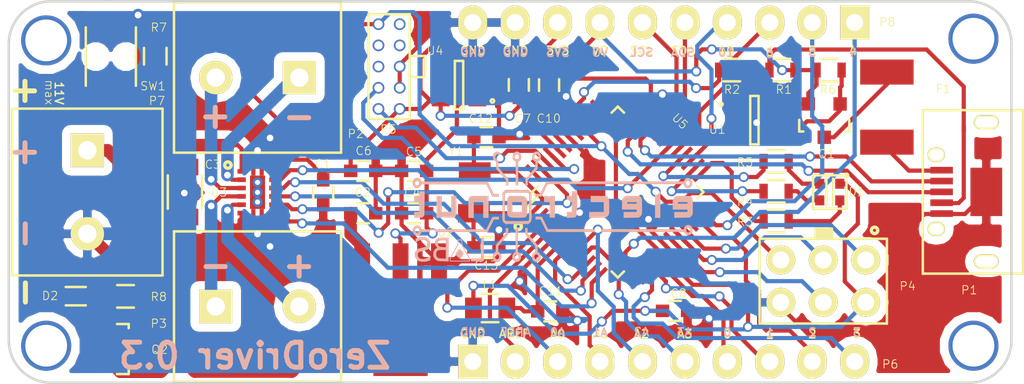
<source format=kicad_pcb>
(kicad_pcb (version 4) (host pcbnew 4.0.2-stable)
  (layers (0 F.Cu signal) (31 B.Cu signal) (34 B.Paste user) (35 F.Paste user) (36 B.SilkS user) (37 F.SilkS user) (38 B.Mask user) (39 F.Mask user) (44 Edge.Cuts user))
  (net 0 "")
  (net 1 3V3)
  (net 2 GND)
  (net 3 VM)
  (net 4 "Net-(C10-Pad2)")
  (net 5 "Net-(C11-Pad2)")
  (net 6 "Net-(C12-Pad2)")
  (net 7 "Net-(C13-Pad2)")
  (net 8 "Net-(D1-Pad2)")
  (net 9 "Net-(D1-Pad3)")
  (net 10 "Net-(D1-Pad4)")
  (net 11 "Net-(D2-Pad1)")
  (net 12 "Net-(F1-Pad2)")
  (net 13 "Net-(F1-Pad1)")
  (net 14 D-)
  (net 15 D+)
  (net 16 ID)
  (net 17 "Net-(P2-Pad1)")
  (net 18 "Net-(P2-Pad2)")
  (net 19 "Net-(P3-Pad1)")
  (net 20 "Net-(P3-Pad2)")
  (net 21 MISO)
  (net 22 SCK)
  (net 23 MOSI)
  (net 24 SWDIO)
  (net 25 SWCLK)
  (net 26 AREF)
  (net 27 A0)
  (net 28 A1)
  (net 29 A2)
  (net 30 A3)
  (net 31 0)
  (net 32 1)
  (net 33 2)
  (net 34 3)
  (net 35 4)
  (net 36 5)
  (net 37 6)
  (net 38 10)
  (net 39 SDA)
  (net 40 SCL)
  (net 41 USB)
  (net 42 "Net-(Q1-Pad1)")
  (net 43 RED)
  (net 44 BLUE)
  (net 45 GREEN)
  (net 46 MODE)
  (net 47 PH1)
  (net 48 PWM1)
  (net 49 PH2)
  (net 50 PWM2)
  (net 51 RESET)
  (net 52 "Net-(P5-Pad6)")
  (net 53 "Net-(P5-Pad7)")
  (net 54 "Net-(P5-Pad8)")
  (net 55 "Net-(P5-Pad9)")
  (net 56 "Net-(U4-Pad4)")
  (net 57 "Net-(U5-Pad22)")
  (net 58 "Net-(U5-Pad37)")
  (net 59 "Net-(U5-Pad38)")
  (net 60 "Net-(U5-Pad39)")
  (net 61 "Net-(U5-Pad48)")
  (net 62 VM+)
  (net 63 VO)
  (module zeroDriver:SOT-23-5 (layer F.Cu) (at 115.21 104.08 180)
    (fp_text reference U4 (at 1.44 2.06 180) (layer F.SilkS) (effects (font (size 0.5 0.5) (thickness 0.05))))
    (fp_text value AP2112K hide)
    (pad 1 smd rect (at -1.1 -0.95 180) (size 1.06 0.65) (layers F.Cu F.Paste F.Mask) (net 63 VO))
    (pad 2 smd rect (at -1.1 0 180) (size 1.06 0.65) (layers F.Cu F.Paste F.Mask) (net 2 GND))
    (pad 3 smd rect (at -1.1 0.95 180) (size 1.06 0.65) (layers F.Cu F.Paste F.Mask) (net 63 VO))
    (pad 4 smd rect (at 1.1 0.95 180) (size 1.06 0.65) (layers F.Cu F.Paste F.Mask) (net 56 "Net-(U4-Pad4)"))
    (pad 5 smd rect (at 1.1 -0.95 180) (size 1.06 0.65) (layers F.Cu F.Paste F.Mask) (net 1 3V3))
  )
  (module tinybot:via (layer F.Cu) (at 103.15 108)
    (fp_text reference via hide)
    (fp_text value VAL** hide)
    (pad "" thru_hole circle (at 0 0) (size 0.6 0.6) (drill 0.4) (layers *.Cu) (net 2 GND))
  )
  (module Housings_QFP:TQFP-48_7x7mm_Pitch0.5mm (layer F.Cu) (at 124.714 110.49 45)
    (fp_text reference U5 (at 5.632813 -0.363453 135) (layer F.SilkS) (effects (font (size 0.5 0.5) (thickness 0.05))))
    (fp_text value SAMD21G18A hide)
    (pad 1 smd rect (at -4.35 -2.75 45) (size 1.3 0.25) (layers F.Cu F.Paste F.Mask) (net 6 "Net-(C12-Pad2)"))
    (pad 2 smd rect (at -4.35 -2.25 45) (size 1.3 0.25) (layers F.Cu F.Paste F.Mask) (net 7 "Net-(C13-Pad2)"))
    (pad 3 smd rect (at -4.35 -1.75 45) (size 1.3 0.25) (layers F.Cu F.Paste F.Mask) (net 27 A0))
    (pad 4 smd rect (at -4.35 -1.25 45) (size 1.3 0.25) (layers F.Cu F.Paste F.Mask) (net 26 AREF))
    (pad 5 smd rect (at -4.35 -0.75 45) (size 1.3 0.25) (layers F.Cu F.Paste F.Mask) (net 2 GND))
    (pad 6 smd rect (at -4.35 -0.25 45) (size 1.3 0.25) (layers F.Cu F.Paste F.Mask) (net 5 "Net-(C11-Pad2)"))
    (pad 7 smd rect (at -4.35 0.25 45) (size 1.3 0.25) (layers F.Cu F.Paste F.Mask) (net 28 A1))
    (pad 8 smd rect (at -4.35 0.75 45) (size 1.3 0.25) (layers F.Cu F.Paste F.Mask) (net 29 A2))
    (pad 9 smd rect (at -4.35 1.25 45) (size 1.3 0.25) (layers F.Cu F.Paste F.Mask) (net 30 A3))
    (pad 10 smd rect (at -4.35 1.75 45) (size 1.3 0.25) (layers F.Cu F.Paste F.Mask) (net 47 PH1))
    (pad 11 smd rect (at -4.35 2.25 45) (size 1.3 0.25) (layers F.Cu F.Paste F.Mask) (net 48 PWM1))
    (pad 12 smd rect (at -4.35 2.75 45) (size 1.3 0.25) (layers F.Cu F.Paste F.Mask) (net 50 PWM2))
    (pad 13 smd rect (at -2.75 4.35 135) (size 1.3 0.25) (layers F.Cu F.Paste F.Mask) (net 35 4))
    (pad 14 smd rect (at -2.25 4.35 135) (size 1.3 0.25) (layers F.Cu F.Paste F.Mask) (net 34 3))
    (pad 15 smd rect (at -1.75 4.35 135) (size 1.3 0.25) (layers F.Cu F.Paste F.Mask) (net 32 1))
    (pad 16 smd rect (at -1.25 4.35 135) (size 1.3 0.25) (layers F.Cu F.Paste F.Mask) (net 31 0))
    (pad 17 smd rect (at -0.75 4.35 135) (size 1.3 0.25) (layers F.Cu F.Paste F.Mask) (net 1 3V3))
    (pad 18 smd rect (at -0.25 4.35 135) (size 1.3 0.25) (layers F.Cu F.Paste F.Mask) (net 2 GND))
    (pad 19 smd rect (at 0.25 4.35 135) (size 1.3 0.25) (layers F.Cu F.Paste F.Mask) (net 23 MOSI))
    (pad 20 smd rect (at 0.75 4.35 135) (size 1.3 0.25) (layers F.Cu F.Paste F.Mask) (net 22 SCK))
    (pad 21 smd rect (at 1.25 4.35 135) (size 1.3 0.25) (layers F.Cu F.Paste F.Mask) (net 21 MISO))
    (pad 22 smd rect (at 1.75 4.35 135) (size 1.3 0.25) (layers F.Cu F.Paste F.Mask) (net 57 "Net-(U5-Pad22)"))
    (pad 23 smd rect (at 2.25 4.35 135) (size 1.3 0.25) (layers F.Cu F.Paste F.Mask) (net 33 2))
    (pad 24 smd rect (at 2.75 4.35 135) (size 1.3 0.25) (layers F.Cu F.Paste F.Mask) (net 36 5))
    (pad 25 smd rect (at 4.35 2.75 45) (size 1.3 0.25) (layers F.Cu F.Paste F.Mask) (net 45 GREEN))
    (pad 26 smd rect (at 4.35 2.25 45) (size 1.3 0.25) (layers F.Cu F.Paste F.Mask) (net 44 BLUE))
    (pad 27 smd rect (at 4.35 1.75 45) (size 1.3 0.25) (layers F.Cu F.Paste F.Mask) (net 38 10))
    (pad 28 smd rect (at 4.35 1.25 45) (size 1.3 0.25) (layers F.Cu F.Paste F.Mask) (net 43 RED))
    (pad 29 smd rect (at 4.35 0.75 45) (size 1.3 0.25) (layers F.Cu F.Paste F.Mask) (net 37 6))
    (pad 30 smd rect (at 4.35 0.25 45) (size 1.3 0.25) (layers F.Cu F.Paste F.Mask) (net 46 MODE))
    (pad 31 smd rect (at 4.35 -0.25 45) (size 1.3 0.25) (layers F.Cu F.Paste F.Mask) (net 39 SDA))
    (pad 32 smd rect (at 4.35 -0.75 45) (size 1.3 0.25) (layers F.Cu F.Paste F.Mask) (net 40 SCL))
    (pad 33 smd rect (at 4.35 -1.25 45) (size 1.3 0.25) (layers F.Cu F.Paste F.Mask) (net 14 D-))
    (pad 34 smd rect (at 4.35 -1.75 45) (size 1.3 0.25) (layers F.Cu F.Paste F.Mask) (net 15 D+))
    (pad 35 smd rect (at 4.35 -2.25 45) (size 1.3 0.25) (layers F.Cu F.Paste F.Mask) (net 2 GND))
    (pad 36 smd rect (at 4.35 -2.75 45) (size 1.3 0.25) (layers F.Cu F.Paste F.Mask) (net 1 3V3))
    (pad 37 smd rect (at 2.75 -4.35 135) (size 1.3 0.25) (layers F.Cu F.Paste F.Mask) (net 58 "Net-(U5-Pad37)"))
    (pad 38 smd rect (at 2.25 -4.35 135) (size 1.3 0.25) (layers F.Cu F.Paste F.Mask) (net 59 "Net-(U5-Pad38)"))
    (pad 39 smd rect (at 1.75 -4.35 135) (size 1.3 0.25) (layers F.Cu F.Paste F.Mask) (net 60 "Net-(U5-Pad39)"))
    (pad 40 smd rect (at 1.25 -4.35 135) (size 1.3 0.25) (layers F.Cu F.Paste F.Mask) (net 51 RESET))
    (pad 41 smd rect (at 0.75 -4.35 135) (size 1.3 0.25) (layers F.Cu F.Paste F.Mask) (net 41 USB))
    (pad 42 smd rect (at 0.25 -4.35 135) (size 1.3 0.25) (layers F.Cu F.Paste F.Mask) (net 2 GND))
    (pad 43 smd rect (at -0.25 -4.35 135) (size 1.3 0.25) (layers F.Cu F.Paste F.Mask) (net 4 "Net-(C10-Pad2)"))
    (pad 44 smd rect (at -0.75 -4.35 135) (size 1.3 0.25) (layers F.Cu F.Paste F.Mask) (net 1 3V3))
    (pad 45 smd rect (at -1.25 -4.35 135) (size 1.3 0.25) (layers F.Cu F.Paste F.Mask) (net 25 SWCLK))
    (pad 46 smd rect (at -1.75 -4.35 135) (size 1.3 0.25) (layers F.Cu F.Paste F.Mask) (net 24 SWDIO))
    (pad 47 smd rect (at -2.25 -4.35 135) (size 1.3 0.25) (layers F.Cu F.Paste F.Mask) (net 49 PH2))
    (pad 48 smd rect (at -2.75 -4.35 135) (size 1.3 0.25) (layers F.Cu F.Paste F.Mask) (net 61 "Net-(U5-Pad48)"))
  )
  (module tinybot:TerminalBlock_5mm_1x2 (layer F.Cu) (at 103.15 103.63 180)
    (fp_text reference P2 (at -5.88 -3.37 180) (layer F.SilkS) (effects (font (size 0.5 0.5) (thickness 0.05))))
    (fp_text value M1 hide)
    (pad 1 thru_hole rect (at -2.5 0 180) (size 1.99898 1.99898) (drill 1.09728) (layers *.Cu *.Mask F.SilkS) (net 17 "Net-(P2-Pad1)"))
    (pad 2 thru_hole oval (at 2.5 0 180) (size 1.99898 1.99898) (drill 1.09728) (layers *.Cu *.Mask F.SilkS) (net 18 "Net-(P2-Pad2)"))
  )
  (module TO_SOT_Packages_SMD:SOT-23 (layer F.Cu) (at 137.07 106.21 180)
    (fp_text reference Q1 (at -0.14 -2 180) (layer F.SilkS) (effects (font (size 0.5 0.5) (thickness 0.05))))
    (fp_text value DMG2307L hide)
    (pad 1 smd rect (at -0.95 1.00076 180) (size 0.8001 0.8001) (layers F.Cu F.Paste F.Mask) (net 42 "Net-(Q1-Pad1)"))
    (pad 2 smd rect (at 0.95 1.00076 180) (size 0.8001 0.8001) (layers F.Cu F.Paste F.Mask) (net 63 VO))
    (pad 3 smd rect (at 0 -0.99822 180) (size 0.8001 0.8001) (layers F.Cu F.Paste F.Mask) (net 12 "Net-(F1-Pad2)"))
  )
  (module Capacitors_SMD:C_0603 (layer F.Cu) (at 107.08 110.51 270)
    (fp_text reference C1 (at -1.7 0.03 360) (layer F.SilkS) (effects (font (size 0.5 0.5) (thickness 0.05))))
    (fp_text value 0.1uF hide)
    (pad 1 smd rect (at -0.75 0 270) (size 0.8 0.75) (layers F.Cu F.Paste F.Mask) (net 1 3V3))
    (pad 2 smd rect (at 0.75 0 270) (size 0.8 0.75) (layers F.Cu F.Paste F.Mask) (net 2 GND))
  )
  (module Capacitors_SMD:C_0603 (layer F.Cu) (at 109.474 111.76)
    (fp_text reference C2 (at -0.034 -1.25) (layer F.SilkS) (effects (font (size 0.5 0.5) (thickness 0.05))))
    (fp_text value 0.1uF hide)
    (pad 1 smd rect (at -0.75 0) (size 0.8 0.75) (layers F.Cu F.Paste F.Mask) (net 62 VM+))
    (pad 2 smd rect (at 0.75 0) (size 0.8 0.75) (layers F.Cu F.Paste F.Mask) (net 2 GND))
  )
  (module Capacitors_SMD:C_0603 (layer F.Cu) (at 112.522 111.76 180)
    (fp_text reference C4 (at 0.112 1.23 180) (layer F.SilkS) (effects (font (size 0.5 0.5) (thickness 0.05))))
    (fp_text value 10uF hide)
    (pad 1 smd rect (at -0.75 0 180) (size 0.8 0.75) (layers F.Cu F.Paste F.Mask) (net 63 VO))
    (pad 2 smd rect (at 0.75 0 180) (size 0.8 0.75) (layers F.Cu F.Paste F.Mask) (net 2 GND))
  )
  (module Capacitors_SMD:C_0603 (layer F.Cu) (at 112.522 109.22 180)
    (fp_text reference C5 (at 0.012 1.15 180) (layer F.SilkS) (effects (font (size 0.5 0.5) (thickness 0.05))))
    (fp_text value 1uF hide)
    (pad 1 smd rect (at -0.75 0 180) (size 0.8 0.75) (layers F.Cu F.Paste F.Mask) (net 63 VO))
    (pad 2 smd rect (at 0.75 0 180) (size 0.8 0.75) (layers F.Cu F.Paste F.Mask) (net 2 GND))
  )
  (module Capacitors_SMD:C_0603 (layer F.Cu) (at 109.474 109.22)
    (fp_text reference C6 (at 0.026 -1.2) (layer F.SilkS) (effects (font (size 0.5 0.5) (thickness 0.05))))
    (fp_text value 2.2uF hide)
    (pad 1 smd rect (at -0.75 0) (size 0.8 0.75) (layers F.Cu F.Paste F.Mask) (net 1 3V3))
    (pad 2 smd rect (at 0.75 0) (size 0.8 0.75) (layers F.Cu F.Paste F.Mask) (net 2 GND))
  )
  (module Capacitors_SMD:C_0603 (layer F.Cu) (at 118.79 104.07 90)
    (fp_text reference C7 (at -2.02 0.24 180) (layer F.SilkS) (effects (font (size 0.5 0.5) (thickness 0.05))))
    (fp_text value 0.1uF hide)
    (pad 1 smd rect (at -0.75 0 90) (size 0.8 0.75) (layers F.Cu F.Paste F.Mask) (net 1 3V3))
    (pad 2 smd rect (at 0.75 0 90) (size 0.8 0.75) (layers F.Cu F.Paste F.Mask) (net 2 GND))
  )
  (module Capacitors_SMD:C_0603 (layer F.Cu) (at 128.14 117.61 180)
    (fp_text reference C8 (at -0.206 1.054 180) (layer F.SilkS) (effects (font (size 0.5 0.5) (thickness 0.05))))
    (fp_text value 0.1uF hide)
    (pad 1 smd rect (at -0.75 0 180) (size 0.8 0.75) (layers F.Cu F.Paste F.Mask) (net 2 GND))
    (pad 2 smd rect (at 0.75 0 180) (size 0.8 0.75) (layers F.Cu F.Paste F.Mask) (net 1 3V3))
  )
  (module Capacitors_SMD:C_0603 (layer F.Cu) (at 120.6 104.08 270)
    (fp_text reference C10 (at 2 0.02 360) (layer F.SilkS) (effects (font (size 0.5 0.5) (thickness 0.05))))
    (fp_text value 0.1uF hide)
    (pad 1 smd rect (at -0.75 0 270) (size 0.8 0.75) (layers F.Cu F.Paste F.Mask) (net 2 GND))
    (pad 2 smd rect (at 0.75 0 270) (size 0.8 0.75) (layers F.Cu F.Paste F.Mask) (net 4 "Net-(C10-Pad2)"))
  )
  (module Capacitors_SMD:C_0603 (layer F.Cu) (at 120.67 117.64 180)
    (fp_text reference C11 (at -0.03 1.21 180) (layer F.SilkS) (effects (font (size 0.5 0.5) (thickness 0.05))))
    (fp_text value 0.1uF hide)
    (pad 1 smd rect (at -0.75 0 180) (size 0.8 0.75) (layers F.Cu F.Paste F.Mask) (net 2 GND))
    (pad 2 smd rect (at 0.75 0 180) (size 0.8 0.75) (layers F.Cu F.Paste F.Mask) (net 5 "Net-(C11-Pad2)"))
  )
  (module Capacitors_SMD:C_0603 (layer F.Cu) (at 116.85 107.2 180)
    (fp_text reference C12 (at 0.34 1.11 180) (layer F.SilkS) (effects (font (size 0.5 0.5) (thickness 0.05))))
    (fp_text value 15pF hide)
    (pad 1 smd rect (at -0.75 0 180) (size 0.8 0.75) (layers F.Cu F.Paste F.Mask) (net 2 GND))
    (pad 2 smd rect (at 0.75 0 180) (size 0.8 0.75) (layers F.Cu F.Paste F.Mask) (net 6 "Net-(C12-Pad2)"))
  )
  (module Capacitors_SMD:C_0603 (layer F.Cu) (at 116.85 113.8 180)
    (fp_text reference C13 (at 0.01 -1.09 180) (layer F.SilkS) (effects (font (size 0.5 0.5) (thickness 0.05))))
    (fp_text value 15pF hide)
    (pad 1 smd rect (at -0.75 0 180) (size 0.8 0.75) (layers F.Cu F.Paste F.Mask) (net 2 GND))
    (pad 2 smd rect (at 0.75 0 180) (size 0.8 0.75) (layers F.Cu F.Paste F.Mask) (net 7 "Net-(C13-Pad2)"))
  )
  (module zeroDriver:CREE-CA (layer F.Cu) (at 137.4 110.49 90)
    (fp_text reference D1 (at 0 1.61 180) (layer F.SilkS) (effects (font (size 0.5 0.5) (thickness 0.05))))
    (fp_text value Led_RGB_CA hide)
    (pad 1 smd rect (at 0.5 0.6 90) (size 0.6 0.55) (layers F.Cu F.Paste F.Mask) (net 1 3V3))
    (pad 2 smd rect (at -0.5 0.6 90) (size 0.6 0.55) (layers F.Cu F.Paste F.Mask) (net 8 "Net-(D1-Pad2)"))
    (pad 3 smd rect (at -0.5 -0.6 90) (size 0.6 0.55) (layers F.Cu F.Paste F.Mask) (net 9 "Net-(D1-Pad3)"))
    (pad 4 smd rect (at 0.5 -0.6 90) (size 0.6 0.55) (layers F.Cu F.Paste F.Mask) (net 10 "Net-(D1-Pad4)"))
  )
  (module tinybot:BOURNS_PTC_FUSE_S1 (layer F.Cu) (at 140.82 105.4 90)
    (fp_text reference F1 (at 1.09 3.37 180) (layer F.SilkS) (effects (font (size 0.5 0.5) (thickness 0.05))))
    (fp_text value FUSE hide)
    (pad 2 smd rect (at 2.1 0 90) (size 1.5 3.2) (layers F.Cu F.Paste F.Mask) (net 12 "Net-(F1-Pad2)"))
    (pad 1 smd rect (at -2.1 0 90) (size 1.5 3.2) (layers F.Cu F.Paste F.Mask) (net 13 "Net-(F1-Pad1)"))
  )
  (module tinybot:TerminalBlock_5mm_1x2 (layer F.Cu) (at 103.15 117.348)
    (fp_text reference P3 (at -5.91 1.022) (layer F.SilkS) (effects (font (size 0.5 0.5) (thickness 0.05))))
    (fp_text value M2 hide)
    (pad 1 thru_hole rect (at -2.5 0) (size 1.99898 1.99898) (drill 1.09728) (layers *.Cu *.Mask F.SilkS) (net 19 "Net-(P3-Pad1)"))
    (pad 2 thru_hole oval (at 2.5 0) (size 1.99898 1.99898) (drill 1.09728) (layers *.Cu *.Mask F.SilkS) (net 20 "Net-(P3-Pad2)"))
  )
  (module Resistors_SMD:R_0603 (layer F.Cu) (at 134.54 103.18 180)
    (fp_text reference R1 (at -0.11 -1.17 180) (layer F.SilkS) (effects (font (size 0.5 0.5) (thickness 0.05))))
    (fp_text value 100K hide)
    (pad 1 smd rect (at -0.75 0 180) (size 0.5 0.9) (layers F.Cu F.Paste F.Mask) (net 63 VO))
    (pad 2 smd rect (at 0.75 0 180) (size 0.5 0.9) (layers F.Cu F.Paste F.Mask) (net 16 ID))
  )
  (module Resistors_SMD:R_0603 (layer F.Cu) (at 131.53 103.18 180)
    (fp_text reference R2 (at -0.02 -1.17 180) (layer F.SilkS) (effects (font (size 0.5 0.5) (thickness 0.05))))
    (fp_text value 300R hide)
    (pad 1 smd rect (at -0.75 0 180) (size 0.5 0.9) (layers F.Cu F.Paste F.Mask) (net 16 ID))
    (pad 2 smd rect (at 0.75 0 180) (size 0.5 0.9) (layers F.Cu F.Paste F.Mask) (net 41 USB))
  )
  (module Resistors_SMD:R_0603 (layer F.Cu) (at 134.19 112.23 180)
    (fp_text reference R3 (at 1.86 -0.04 180) (layer F.SilkS) (effects (font (size 0.5 0.5) (thickness 0.05))))
    (fp_text value 200 hide)
    (pad 1 smd rect (at -0.75 0 180) (size 0.5 0.9) (layers F.Cu F.Paste F.Mask) (net 8 "Net-(D1-Pad2)"))
    (pad 2 smd rect (at 0.75 0 180) (size 0.5 0.9) (layers F.Cu F.Paste F.Mask) (net 45 GREEN))
  )
  (module Resistors_SMD:R_0603 (layer F.Cu) (at 134.19 110.44 180)
    (fp_text reference R4 (at 1.86 -0.63 180) (layer F.SilkS) (effects (font (size 0.5 0.5) (thickness 0.05))))
    (fp_text value 100 hide)
    (pad 1 smd rect (at -0.75 0 180) (size 0.5 0.9) (layers F.Cu F.Paste F.Mask) (net 9 "Net-(D1-Pad3)"))
    (pad 2 smd rect (at 0.75 0 180) (size 0.5 0.9) (layers F.Cu F.Paste F.Mask) (net 44 BLUE))
  )
  (module Resistors_SMD:R_0603 (layer F.Cu) (at 134.19 108.65 180)
    (fp_text reference R5 (at 1.86 -0.06 180) (layer F.SilkS) (effects (font (size 0.5 0.5) (thickness 0.05))))
    (fp_text value 100 hide)
    (pad 1 smd rect (at -0.75 0 180) (size 0.5 0.9) (layers F.Cu F.Paste F.Mask) (net 10 "Net-(D1-Pad4)"))
    (pad 2 smd rect (at 0.75 0 180) (size 0.5 0.9) (layers F.Cu F.Paste F.Mask) (net 43 RED))
  )
  (module Resistors_SMD:R_0603 (layer F.Cu) (at 137.36 103.18)
    (fp_text reference R6 (at -0.06 1.16) (layer F.SilkS) (effects (font (size 0.5 0.5) (thickness 0.05))))
    (fp_text value 47K hide)
    (pad 1 smd rect (at -0.75 0) (size 0.5 0.9) (layers F.Cu F.Paste F.Mask) (net 63 VO))
    (pad 2 smd rect (at 0.75 0) (size 0.5 0.9) (layers F.Cu F.Paste F.Mask) (net 42 "Net-(Q1-Pad1)"))
  )
  (module Resistors_SMD:R_0603 (layer F.Cu) (at 97.03 102.35 270)
    (fp_text reference R7 (at -1.72 -0.21 360) (layer F.SilkS) (effects (font (size 0.5 0.5) (thickness 0.05))))
    (fp_text value 10K hide)
    (pad 1 smd rect (at -0.75 0 270) (size 0.5 0.9) (layers F.Cu F.Paste F.Mask) (net 1 3V3))
    (pad 2 smd rect (at 0.75 0 270) (size 0.5 0.9) (layers F.Cu F.Paste F.Mask) (net 51 RESET))
  )
  (module Resistors_SMD:R_0603 (layer F.Cu) (at 95.25 116.74)
    (fp_text reference R8 (at 1.99 0.03) (layer F.SilkS) (effects (font (size 0.5 0.5) (thickness 0.05))))
    (fp_text value 330R hide)
    (pad 1 smd rect (at -0.75 0) (size 0.5 0.9) (layers F.Cu F.Paste F.Mask) (net 11 "Net-(D2-Pad1)"))
    (pad 2 smd rect (at 0.75 0) (size 0.5 0.9) (layers F.Cu F.Paste F.Mask) (net 2 GND))
  )
  (module tinybot:LD1117_SOT223 (layer F.Cu) (at 111.71 117.54 180)
    (fp_text reference U2 (at -2.71 4.64 180) (layer F.SilkS) (effects (font (size 0.5 0.5) (thickness 0.05))))
    (fp_text value LD1117S5TR hide)
    (pad 3 smd rect (at 2.3 2.9 180) (size 0.95 2.15) (layers F.Cu F.Paste F.Mask) (net 62 VM+))
    (pad 1 smd rect (at -2.3 2.9 180) (size 0.95 2.15) (layers F.Cu F.Paste F.Mask) (net 2 GND))
    (pad 2 smd rect (at 0 -2.9 180) (size 3.25 2.15) (layers F.Cu F.Paste F.Mask) (net 63 VO))
    (pad 2 smd rect (at 0 2.9 180) (size 0.95 2.15) (layers F.Cu F.Paste F.Mask) (net 63 VO))
  )
  (module tinybot:TerminalBlock_5mm_1x2 (layer F.Cu) (at 92.964 110.49 270)
    (fp_text reference P7 (at -5.47 -4.166 360) (layer F.SilkS) (effects (font (size 0.5 0.5) (thickness 0.05))))
    (fp_text value M3 hide)
    (pad 1 thru_hole rect (at -2.5 0 270) (size 1.99898 1.99898) (drill 1.09728) (layers *.Cu *.Mask F.SilkS) (net 3 VM))
    (pad 2 thru_hole oval (at 2.5 0 270) (size 1.99898 1.99898) (drill 1.09728) (layers *.Cu *.Mask F.SilkS) (net 2 GND))
  )
  (module Capacitors_SMD:C_1206 (layer F.Cu) (at 98.806 110.49 270)
    (fp_text reference C3 (at -1.65 -1.674 360) (layer F.SilkS) (effects (font (size 0.5 0.5) (thickness 0.05))))
    (fp_text value 10uF hide)
    (pad 1 smd rect (at -1.5 0 270) (size 1 1.6) (layers F.Cu F.Paste F.Mask) (net 62 VM+))
    (pad 2 smd rect (at 1.5 0 270) (size 1 1.6) (layers F.Cu F.Paste F.Mask) (net 2 GND))
  )
  (module sensei:mount-holes (layer F.Cu) (at 90.5 101.4)
    (fp_text reference REF** hide)
    (fp_text value "mount holes" hide)
    (pad 1 thru_hole circle (at 0 0) (size 3 3) (drill 2.5) (layers *.Cu *.Mask))
  )
  (module sensei:mount-holes (layer F.Cu) (at 146 101.3)
    (fp_text reference REF** hide)
    (fp_text value "mount holes" hide)
    (pad 1 thru_hole circle (at 0 0) (size 3 3) (drill 2.5) (layers *.Cu *.Mask))
  )
  (module sensei:mount-holes (layer F.Cu) (at 146 119.7)
    (fp_text reference REF** hide)
    (fp_text value "mount holes" hide)
    (pad 1 thru_hole circle (at 0 0) (size 3 3) (drill 2.5) (layers *.Cu *.Mask))
  )
  (module sensei:mount-holes (layer F.Cu) (at 90.5 119.7)
    (fp_text reference REF** hide)
    (fp_text value "mount holes" hide)
    (pad 1 thru_hole circle (at 0 0) (size 3 3) (drill 2.5) (layers *.Cu *.Mask))
  )
  (module sensei:en-labs-logo (layer B.Cu) (at 120.82 111.37 180)
    (fp_text reference G*** hide)
    (fp_text value LOGO hide)
  )
  (module tinybot:via (layer F.Cu) (at 103.15 110.51)
    (fp_text reference via hide)
    (fp_text value VAL** hide)
    (pad 1 thru_hole circle (at 0 0) (size 0.6 0.6) (drill 0.3) (layers *.Cu))
  )
  (module tinybot:via (layer F.Cu) (at 103.15 109.91)
    (fp_text reference via hide)
    (fp_text value VAL** hide)
    (pad 1 thru_hole circle (at 0 0) (size 0.6 0.6) (drill 0.3) (layers *.Cu))
  )
  (module tinybot:via (layer F.Cu) (at 103.15 111.09)
    (fp_text reference via hide)
    (fp_text value VAL** hide)
    (pad 1 thru_hole circle (at 0 0) (size 0.6 0.6) (drill 0.3) (layers *.Cu))
  )
  (module tinybot:via (layer F.Cu) (at 103.15 113)
    (fp_text reference via hide)
    (fp_text value VAL** hide)
    (pad "" thru_hole circle (at 0 0) (size 0.6 0.6) (drill 0.4) (layers *.Cu) (net 2 GND))
  )
  (module tinybot:via (layer F.Cu) (at 103.9 113.75)
    (fp_text reference via hide)
    (fp_text value VAL** hide)
    (pad "" thru_hole circle (at 0 0) (size 0.6 0.6) (drill 0.4) (layers *.Cu) (net 2 GND))
  )
  (module tinybot:via (layer F.Cu) (at 103.9 107.25)
    (fp_text reference via hide)
    (fp_text value VAL** hide)
    (pad "" thru_hole circle (at 0 0) (size 0.6 0.6) (drill 0.4) (layers *.Cu) (net 2 GND))
  )
  (module TO_SOT_Packages_SMD:SOT-23 (layer F.Cu) (at 94.79 119.9 270)
    (fp_text reference Q2 (at 0.03 -2.5 360) (layer F.SilkS) (effects (font (size 0.5 0.5) (thickness 0.05))))
    (fp_text value NCE3407A hide)
    (pad 1 smd rect (at -0.95 1.00076 270) (size 0.8001 0.8001) (layers F.Cu F.Paste F.Mask) (net 2 GND))
    (pad 2 smd rect (at 0.95 1.00076 270) (size 0.8001 0.8001) (layers F.Cu F.Paste F.Mask) (net 62 VM+))
    (pad 3 smd rect (at 0 -0.99822 270) (size 0.8001 0.8001) (layers F.Cu F.Paste F.Mask) (net 3 VM))
  )
  (module Capacitors_SMD:C_0805 (layer F.Cu) (at 117.07 117.44)
    (fp_text reference L1 (at -0.02 -1.41 180) (layer F.SilkS) (effects (font (size 0.5 0.5) (thickness 0.05))))
    (fp_text value "Ferrite Bead" hide)
    (pad 1 smd rect (at -1 0) (size 1 1.25) (layers F.Cu F.Paste F.Mask) (net 1 3V3))
    (pad 2 smd rect (at 1 0) (size 1 1.25) (layers F.Cu F.Paste F.Mask) (net 5 "Net-(C11-Pad2)"))
  )
  (module zeroDriver:JTAG (layer B.Cu) (at 111.66 105.51 90)
    (fp_text reference P5 (at -1.22 -0.68 360) (layer F.SilkS) (effects (font (size 0.5 0.5) (thickness 0.05))))
    (fp_text value CONN_02X05 hide)
    (pad 1 thru_hole circle (at 0 0 90) (size 0.7 0.7) (drill 0.5) (layers *.Cu *.Mask) (net 1 3V3))
    (pad 2 thru_hole circle (at 0 -1.27 90) (size 0.7 0.7) (drill 0.5) (layers *.Cu *.Mask) (net 24 SWDIO))
    (pad 3 thru_hole circle (at 1.27 0 90) (size 0.7 0.7) (drill 0.5) (layers *.Cu *.Mask) (net 2 GND))
    (pad 4 thru_hole circle (at 1.27 -1.27 90) (size 0.7 0.7) (drill 0.5) (layers *.Cu *.Mask) (net 25 SWCLK))
    (pad 5 thru_hole circle (at 2.54 0 90) (size 0.7 0.7) (drill 0.5) (layers *.Cu *.Mask) (net 2 GND))
    (pad 6 thru_hole circle (at 2.54 -1.27 90) (size 0.7 0.7) (drill 0.5) (layers *.Cu *.Mask) (net 52 "Net-(P5-Pad6)"))
    (pad 7 thru_hole circle (at 3.81 0 90) (size 0.7 0.7) (drill 0.5) (layers *.Cu *.Mask) (net 53 "Net-(P5-Pad7)"))
    (pad 8 thru_hole circle (at 3.81 -1.27 90) (size 0.7 0.7) (drill 0.5) (layers *.Cu *.Mask) (net 54 "Net-(P5-Pad8)"))
    (pad 9 thru_hole circle (at 5.08 0 90) (size 0.7 0.7) (drill 0.5) (layers *.Cu *.Mask) (net 55 "Net-(P5-Pad9)"))
    (pad 10 thru_hole circle (at 5.08 -1.27 90) (size 0.7 0.7) (drill 0.5) (layers *.Cu *.Mask) (net 51 RESET))
  )
  (module zeroDriver:DRV8835 (layer F.Cu) (at 103.15 110.5 270)
    (fp_text reference U3 (at 0.01 2.31 360) (layer F.SilkS) (effects (font (size 0.5 0.5) (thickness 0.05))))
    (fp_text value DRV8835 hide)
    (pad 0 smd rect (at 0 0 270) (size 2 0.9) (layers F.Cu F.Paste F.Mask))
    (pad 0 smd rect (at 1.35 0.25 270) (size 0.7 0.25) (layers F.Cu F.Paste F.Mask))
    (pad 0 smd rect (at -1.35 0.25 270) (size 0.7 0.25) (layers F.Cu F.Paste F.Mask))
    (pad 0 smd rect (at 1.35 -0.25 270) (size 0.7 0.25) (layers F.Cu F.Paste F.Mask))
    (pad 0 smd rect (at -1.35 -0.25 270) (size 0.7 0.25) (layers F.Cu F.Paste F.Mask))
    (pad 12 smd rect (at -1.25 -0.95 270) (size 0.28 0.5) (layers F.Cu F.Paste F.Mask) (net 1 3V3))
    (pad 11 smd rect (at -0.75 -0.95 270) (size 0.28 0.5) (layers F.Cu F.Paste F.Mask) (net 46 MODE))
    (pad 10 smd rect (at -0.25 -0.95 270) (size 0.28 0.5) (layers F.Cu F.Paste F.Mask) (net 47 PH1))
    (pad 9 smd rect (at 0.25 -0.95 270) (size 0.28 0.5) (layers F.Cu F.Paste F.Mask) (net 48 PWM1))
    (pad 8 smd rect (at 0.75 -0.95 270) (size 0.28 0.5) (layers F.Cu F.Paste F.Mask) (net 49 PH2))
    (pad 7 smd rect (at 1.25 -0.95 270) (size 0.28 0.5) (layers F.Cu F.Paste F.Mask) (net 50 PWM2))
    (pad 1 smd rect (at -1.25 0.95 270) (size 0.28 0.5) (layers F.Cu F.Paste F.Mask) (net 62 VM+))
    (pad 2 smd rect (at -0.75 0.95 270) (size 0.28 0.5) (layers F.Cu F.Paste F.Mask) (net 17 "Net-(P2-Pad1)"))
    (pad 3 smd rect (at -0.25 0.95 270) (size 0.28 0.5) (layers F.Cu F.Paste F.Mask) (net 18 "Net-(P2-Pad2)"))
    (pad 4 smd rect (at 0.25 0.95 270) (size 0.28 0.5) (layers F.Cu F.Paste F.Mask) (net 19 "Net-(P3-Pad1)"))
    (pad 5 smd rect (at 0.75 0.95 270) (size 0.28 0.5) (layers F.Cu F.Paste F.Mask) (net 20 "Net-(P3-Pad2)"))
    (pad 6 smd rect (at 1.25 0.95 270) (size 0.28 0.5) (layers F.Cu F.Paste F.Mask) (net 2 GND))
  )
  (module bluey:LED_0606 (layer F.Cu) (at 92.27 116.73 180)
    (fp_text reference D2 (at 1.54 0.02 180) (layer F.SilkS) (effects (font (size 0.5 0.5) (thickness 0.05))))
    (fp_text value "RED LED" hide)
    (pad 1 smd rect (at -0.55 0) (size 0.3 0.8) (layers F.Cu F.Paste F.Mask) (net 11 "Net-(D2-Pad1)"))
    (pad 2 smd rect (at 0.55 0) (size 0.3 0.8) (layers F.Cu F.Paste F.Mask) (net 1 3V3))
  )
  (module zeroDriver:SOT-23-5 (layer F.Cu) (at 132.89 106.18)
    (fp_text reference U1 (at -2.22 0.56) (layer F.SilkS) (effects (font (size 0.5 0.5) (thickness 0.05))))
    (fp_text value 74AHC1G125 hide)
    (pad 1 smd rect (at -1.1 -0.95) (size 1.06 0.65) (layers F.Cu F.Paste F.Mask) (net 16 ID))
    (pad 2 smd rect (at -1.1 0) (size 1.06 0.65) (layers F.Cu F.Paste F.Mask) (net 16 ID))
    (pad 3 smd rect (at -1.1 0.95) (size 1.06 0.65) (layers F.Cu F.Paste F.Mask) (net 2 GND))
    (pad 4 smd rect (at 1.1 0.95) (size 1.06 0.65) (layers F.Cu F.Paste F.Mask) (net 42 "Net-(Q1-Pad1)"))
    (pad 5 smd rect (at 1.1 -0.95) (size 1.06 0.65) (layers F.Cu F.Paste F.Mask) (net 63 VO))
  )
  (module zeroDriver:ICSP_2x3 (layer F.Cu) (at 139.55 114.56 270)
    (fp_text reference P4 (at 1.57 -2.51 360) (layer F.SilkS) (effects (font (size 0.5 0.5) (thickness 0.05))))
    (fp_text value ICSP hide)
    (pad 1 thru_hole circle (at 0 0 270) (size 1.7272 1.7272) (drill 1.016) (layers *.Cu *.Mask F.SilkS) (net 21 MISO))
    (pad 2 thru_hole oval (at 2.54 0 270) (size 1.7272 1.7272) (drill 1.016) (layers *.Cu *.Mask F.SilkS) (net 1 3V3))
    (pad 3 thru_hole oval (at 0 2.54 270) (size 1.7272 1.7272) (drill 1.016) (layers *.Cu *.Mask F.SilkS) (net 22 SCK))
    (pad 4 thru_hole oval (at 2.54 2.54 270) (size 1.7272 1.7272) (drill 1.016) (layers *.Cu *.Mask F.SilkS) (net 23 MOSI))
    (pad 5 thru_hole oval (at 0 5.08 270) (size 1.7272 1.7272) (drill 1.016) (layers *.Cu *.Mask F.SilkS) (net 51 RESET))
    (pad 6 thru_hole oval (at 2.54 5.08 270) (size 1.7272 1.7272) (drill 1.016) (layers *.Cu *.Mask F.SilkS) (net 2 GND))
  )
  (module zeroDriver:Pin_Header_Straight_1x10 (layer F.Cu) (at 116.03 120.65 90)
    (fp_text reference P6 (at -0.16 24.99 360) (layer F.SilkS) (effects (font (size 0.5 0.5) (thickness 0.05))))
    (fp_text value CONN_01X10 hide)
    (pad 1 thru_hole rect (at 0 0 90) (size 2.032 1.7272) (drill 1.016) (layers *.Cu *.Mask F.SilkS) (net 2 GND))
    (pad 2 thru_hole oval (at 0 2.54 90) (size 2.032 1.7272) (drill 1.016) (layers *.Cu *.Mask F.SilkS) (net 26 AREF))
    (pad 3 thru_hole oval (at 0 5.08 90) (size 2.032 1.7272) (drill 1.016) (layers *.Cu *.Mask F.SilkS) (net 27 A0))
    (pad 4 thru_hole oval (at 0 7.62 90) (size 2.032 1.7272) (drill 1.016) (layers *.Cu *.Mask F.SilkS) (net 28 A1))
    (pad 5 thru_hole oval (at 0 10.16 90) (size 2.032 1.7272) (drill 1.016) (layers *.Cu *.Mask F.SilkS) (net 29 A2))
    (pad 6 thru_hole oval (at 0 12.7 90) (size 2.032 1.7272) (drill 1.016) (layers *.Cu *.Mask F.SilkS) (net 30 A3))
    (pad 7 thru_hole oval (at 0 15.24 90) (size 2.032 1.7272) (drill 1.016) (layers *.Cu *.Mask F.SilkS) (net 31 0))
    (pad 8 thru_hole oval (at 0 17.78 90) (size 2.032 1.7272) (drill 1.016) (layers *.Cu *.Mask F.SilkS) (net 32 1))
    (pad 9 thru_hole oval (at 0 20.32 90) (size 2.032 1.7272) (drill 1.016) (layers *.Cu *.Mask F.SilkS) (net 33 2))
    (pad 10 thru_hole oval (at 0 22.86 90) (size 2.032 1.7272) (drill 1.016) (layers *.Cu *.Mask F.SilkS) (net 34 3))
  )
  (module zeroDriver:Pin_Header_Straight_1x10 (layer F.Cu) (at 138.89 100.33 270)
    (fp_text reference P8 (at -0.03 -1.95 540) (layer F.SilkS) (effects (font (size 0.5 0.5) (thickness 0.05))))
    (fp_text value CONN_01X10 hide)
    (pad 1 thru_hole rect (at 0 0 270) (size 2.032 1.7272) (drill 1.016) (layers *.Cu *.Mask F.SilkS) (net 35 4))
    (pad 2 thru_hole oval (at 0 2.54 270) (size 2.032 1.7272) (drill 1.016) (layers *.Cu *.Mask F.SilkS) (net 36 5))
    (pad 3 thru_hole oval (at 0 5.08 270) (size 2.032 1.7272) (drill 1.016) (layers *.Cu *.Mask F.SilkS) (net 37 6))
    (pad 4 thru_hole oval (at 0 7.62 270) (size 2.032 1.7272) (drill 1.016) (layers *.Cu *.Mask F.SilkS) (net 38 10))
    (pad 5 thru_hole oval (at 0 10.16 270) (size 2.032 1.7272) (drill 1.016) (layers *.Cu *.Mask F.SilkS) (net 39 SDA))
    (pad 6 thru_hole oval (at 0 12.7 270) (size 2.032 1.7272) (drill 1.016) (layers *.Cu *.Mask F.SilkS) (net 40 SCL))
    (pad 7 thru_hole oval (at 0 15.24 270) (size 2.032 1.7272) (drill 1.016) (layers *.Cu *.Mask F.SilkS) (net 63 VO))
    (pad 8 thru_hole oval (at 0 17.78 270) (size 2.032 1.7272) (drill 1.016) (layers *.Cu *.Mask F.SilkS) (net 1 3V3))
    (pad 9 thru_hole oval (at 0 20.32 270) (size 2.032 1.7272) (drill 1.016) (layers *.Cu *.Mask F.SilkS) (net 2 GND))
    (pad 10 thru_hole oval (at 0 22.86 270) (size 2.032 1.7272) (drill 1.016) (layers *.Cu *.Mask F.SilkS) (net 2 GND))
  )
  (module zeroDriver:USB_OTG (layer F.Cu) (at 145.67 110.48 90)
    (fp_text reference P1 (at -5.885 0.08 180) (layer F.SilkS) (effects (font (size 0.5 0.5) (thickness 0.05))))
    (fp_text value USB_OTG hide)
    (pad 5 smd rect (at -1.3 -1.575 180) (size 1.35 0.4) (layers F.Cu F.Paste F.Mask) (net 2 GND))
    (pad 4 smd rect (at -0.65 -1.575 180) (size 1.35 0.4) (layers F.Cu F.Paste F.Mask) (net 16 ID))
    (pad 3 smd rect (at 0 -1.575 180) (size 1.35 0.4) (layers F.Cu F.Paste F.Mask) (net 15 D+))
    (pad 2 smd rect (at 0.65 -1.575 180) (size 1.35 0.4) (layers F.Cu F.Paste F.Mask) (net 14 D-))
    (pad 1 smd rect (at 1.3 -1.575 180) (size 1.35 0.4) (layers F.Cu F.Paste F.Mask) (net 13 "Net-(F1-Pad1)"))
    (pad "" np_thru_hole oval (at -2.225 -1.9 180) (size 1.05 0.85) (drill oval 0.85 0.65) (layers *.Cu *.Mask F.SilkS))
    (pad "" np_thru_hole oval (at 2.225 -1.9 180) (size 1.05 0.85) (drill oval 0.85 0.65) (layers *.Cu *.Mask F.SilkS))
    (pad "" np_thru_hole oval (at -4.175 1.1 180) (size 1.5 0.85) (drill oval 1.3 0.65) (layers *.Cu *.Mask F.SilkS))
    (pad "" np_thru_hole oval (at 4.175 1.1 180) (size 1.5 0.85) (drill oval 1.3 0.65) (layers *.Cu *.Mask F.SilkS))
    (pad 6 smd rect (at 0 1.1 180) (size 1.9 2.9) (layers F.Cu F.Paste F.Mask) (net 2 GND))
  )
  (module zeroDriver:peter-switch (layer F.Cu) (at 94.37 102.37 90)
    (fp_text reference SW1 (at -1.77 2.52 180) (layer F.SilkS) (effects (font (size 0.5 0.5) (thickness 0.05))))
    (fp_text value SW_PUSH hide)
    (pad "" np_thru_hole circle (at 0 -0.9 90) (size 0.7 0.7) (drill 0.7) (layers *.Cu *.Mask F.SilkS))
    (pad 2 smd rect (at 2.25 0 90) (size 0.8 1.8) (layers F.Cu F.Paste F.Mask) (net 2 GND))
    (pad 1 smd rect (at -2.25 0 90) (size 0.8 1.8) (layers F.Cu F.Paste F.Mask) (net 51 RESET))
    (pad "" np_thru_hole circle (at 0 0.9 90) (size 0.7 0.7) (drill 0.7) (layers *.Cu *.Mask F.SilkS))
  )
  (module zeroDriver:crystal (layer F.Cu) (at 116.1 110.51 270)
    (fp_text reference Y1 (at -2.45 1.07 360) (layer F.SilkS) (effects (font (size 0.5 0.5) (thickness 0.05))))
    (fp_text value 32.768kHz hide)
    (pad 2 smd rect (at 1.25 0 270) (size 1.1 1.9) (layers F.Cu F.Paste F.Mask) (net 7 "Net-(C13-Pad2)"))
    (pad 1 smd rect (at -1.25 -0.05 270) (size 1.1 1.9) (layers F.Cu F.Paste F.Mask) (net 6 "Net-(C12-Pad2)"))
  )
  (gr_text - (at 105.64 106.14 180) (layer B.SilkS) (effects (font (size 1.5 1.5) (thickness 0.3)) (justify mirror)))
  (gr_text + (at 100.62 105.88) (layer B.SilkS) (effects (font (size 1.5 1.5) (thickness 0.3)) (justify mirror)))
  (gr_text 4 (at 138.8 102.12) (layer B.SilkS) (effects (font (size 0.5 0.5) (thickness 0.09)) (justify mirror)))
  (gr_text 5 (at 136.36 102.12) (layer B.SilkS) (effects (font (size 0.5 0.5) (thickness 0.09)) (justify mirror)))
  (gr_text 6 (at 133.81 102.19) (layer B.SilkS) (effects (font (size 0.5 0.5) (thickness 0.09)) (justify mirror)))
  (gr_text 10 (at 131.2 102.12) (layer B.SilkS) (effects (font (size 0.5 0.5) (thickness 0.09)) (justify mirror)))
  (gr_text SDA (at 128.6 102.13) (layer B.SilkS) (effects (font (size 0.5 0.5) (thickness 0.09)) (justify mirror)))
  (gr_text "SCL\n" (at 126.14 102.12) (layer B.SilkS) (effects (font (size 0.5 0.5) (thickness 0.09)) (justify mirror)))
  (gr_text VO (at 123.65 102.12) (layer B.SilkS) (effects (font (size 0.5 0.5) (thickness 0.09)) (justify mirror)))
  (gr_text 3V3 (at 121.12 102.13) (layer B.SilkS) (effects (font (size 0.5 0.5) (thickness 0.09)) (justify mirror)))
  (gr_text GND (at 118.59 102.13) (layer B.SilkS) (effects (font (size 0.5 0.5) (thickness 0.09)) (justify mirror)))
  (gr_text GND (at 116.04 102.13) (layer B.SilkS) (effects (font (size 0.5 0.5) (thickness 0.09)) (justify mirror)))
  (gr_text 3 (at 139.02 118.9) (layer B.SilkS) (effects (font (size 0.5 0.5) (thickness 0.09)) (justify mirror)))
  (gr_text "2\n" (at 136.36 118.9) (layer B.SilkS) (effects (font (size 0.5 0.5) (thickness 0.09)) (justify mirror)))
  (gr_text 1 (at 133.82 118.93) (layer B.SilkS) (effects (font (size 0.5 0.5) (thickness 0.09)) (justify mirror)))
  (gr_text 0 (at 131.27 118.9) (layer B.SilkS) (effects (font (size 0.5 0.5) (thickness 0.09)) (justify mirror)))
  (gr_text A3 (at 128.69 118.9) (layer B.SilkS) (effects (font (size 0.5 0.5) (thickness 0.09)) (justify mirror)))
  (gr_text "A2\n" (at 126.13 118.88) (layer B.SilkS) (effects (font (size 0.5 0.5) (thickness 0.09)) (justify mirror)))
  (gr_text A1 (at 123.65 118.91) (layer B.SilkS) (effects (font (size 0.5 0.5) (thickness 0.09)) (justify mirror)))
  (gr_text "A0\n" (at 121.11 118.9) (layer B.SilkS) (effects (font (size 0.5 0.5) (thickness 0.09)) (justify mirror)))
  (gr_text AREF (at 118.61 118.89) (layer B.SilkS) (effects (font (size 0.5 0.5) (thickness 0.09)) (justify mirror)))
  (gr_text "GND\n" (at 116.04 118.89) (layer B.SilkS) (effects (font (size 0.5 0.5) (thickness 0.09)) (justify mirror)))
  (gr_text - (at 100.64 115.06 180) (layer B.SilkS) (effects (font (size 1.5 1.5) (thickness 0.3)) (justify mirror)))
  (gr_text + (at 105.64 114.85) (layer B.SilkS) (effects (font (size 1.5 1.5) (thickness 0.3)) (justify mirror)))
  (gr_circle (center 101.37648 108.87456) (end 101.4476 109.05236) (layer F.SilkS) (width 0.2))
  (gr_circle (center 140.081 112.78616) (end 140.15212 112.96396) (layer F.SilkS) (width 0.2))
  (gr_circle (center 118.75516 112.55248) (end 118.82628 112.73028) (layer F.SilkS) (width 0.2))
  (gr_text max (at 90.69 104.52 270) (layer F.SilkS) (effects (font (size 0.5 0.5) (thickness 0.05))))
  (gr_text - (at 89.14 112.97 90) (layer B.SilkS) (effects (font (size 1.5 1.5) (thickness 0.3)) (justify mirror)))
  (gr_text + (at 89.23 108) (layer B.SilkS) (effects (font (size 1.5 1.5) (thickness 0.3)) (justify mirror)))
  (gr_text "11V\n" (at 91.27 104.56 270) (layer F.SilkS) (effects (font (size 0.5 0.5) (thickness 0.09))))
  (gr_text GND (at 118.59 102.02) (layer F.SilkS) (effects (font (size 0.5 0.5) (thickness 0.09))))
  (gr_text - (at 89.15 116.51 90) (layer F.SilkS) (effects (font (size 1.5 1.5) (thickness 0.3))))
  (gr_text + (at 89.23 104.32) (layer F.SilkS) (effects (font (size 1.5 1.5) (thickness 0.3))))
  (gr_text "ZeroDriver 0.3" (at 102.99 120.31) (layer B.SilkS) (effects (font (size 1.5 1.5) (thickness 0.3)) (justify mirror)))
  (gr_text GND (at 116.04 102.02) (layer F.SilkS) (effects (font (size 0.5 0.5) (thickness 0.09))))
  (gr_text 3V3 (at 121.12 102.02) (layer F.SilkS) (effects (font (size 0.5 0.5) (thickness 0.09))))
  (gr_text "VO\n" (at 123.65 102.02) (layer F.SilkS) (effects (font (size 0.5 0.5) (thickness 0.09))))
  (gr_text "SCL\n" (at 126.14 102.02) (layer F.SilkS) (effects (font (size 0.5 0.5) (thickness 0.09))))
  (gr_text SDA (at 128.6 102.02) (layer F.SilkS) (effects (font (size 0.5 0.5) (thickness 0.09))))
  (gr_text 10 (at 131.21 102.02) (layer F.SilkS) (effects (font (size 0.5 0.5) (thickness 0.09))))
  (gr_text 6 (at 133.81 102.09) (layer F.SilkS) (effects (font (size 0.5 0.5) (thickness 0.09))))
  (gr_text 5 (at 136.36 102.02) (layer F.SilkS) (effects (font (size 0.5 0.5) (thickness 0.09))))
  (gr_text 4 (at 138.8 102.02) (layer F.SilkS) (effects (font (size 0.5 0.5) (thickness 0.09))))
  (gr_text 3 (at 139.02 119) (layer F.SilkS) (effects (font (size 0.5 0.5) (thickness 0.09))))
  (gr_text "2\n" (at 136.36 119) (layer F.SilkS) (effects (font (size 0.5 0.5) (thickness 0.09))))
  (gr_text 1 (at 133.82 119.03) (layer F.SilkS) (effects (font (size 0.5 0.5) (thickness 0.09))))
  (gr_text 0 (at 131.27 119) (layer F.SilkS) (effects (font (size 0.5 0.5) (thickness 0.09))))
  (gr_text A3 (at 128.73 118.99) (layer F.SilkS) (effects (font (size 0.5 0.5) (thickness 0.09))))
  (gr_text "A2\n" (at 126.13 118.99) (layer F.SilkS) (effects (font (size 0.5 0.5) (thickness 0.09))))
  (gr_text A1 (at 123.7 119) (layer F.SilkS) (effects (font (size 0.5 0.5) (thickness 0.09))))
  (gr_text "A0\n" (at 121.11 119) (layer F.SilkS) (effects (font (size 0.5 0.5) (thickness 0.09))))
  (gr_text AREF (at 118.51 118.98) (layer F.SilkS) (effects (font (size 0.5 0.5) (thickness 0.09))))
  (gr_text "GND\n" (at 116.02 118.99) (layer F.SilkS) (effects (font (size 0.5 0.5) (thickness 0.09))))
  (gr_line (start 139.7 99.06) (end 145.7325 99.06) (angle 90) (layer Edge.Cuts) (width 0.15))
  (gr_line (start 145.7325 121.92) (end 139.7 121.92) (angle 90) (layer Edge.Cuts) (width 0.15))
  (gr_line (start 90.805 99.06) (end 93.98 99.06) (angle 90) (layer Edge.Cuts) (width 0.15))
  (gr_line (start 93.98 121.92) (end 90.805 121.92) (angle 90) (layer Edge.Cuts) (width 0.15))
  (gr_line (start 88.265 119.38) (end 88.265 101.6) (angle 90) (layer Edge.Cuts) (width 0.15))
  (gr_line (start 139.7 121.92) (end 93.98 121.92) (angle 90) (layer Edge.Cuts) (width 0.15))
  (gr_line (start 148.2725 101.6) (end 148.2725 119.38) (angle 90) (layer Edge.Cuts) (width 0.15))
  (gr_line (start 93.98 99.06) (end 139.7 99.06) (angle 90) (layer Edge.Cuts) (width 0.15))
  (gr_arc (start 145.7325 101.6) (end 145.7325 99.06) (angle 90) (layer Edge.Cuts) (width 0.15))
  (gr_arc (start 145.7325 119.38) (end 148.2725 119.38) (angle 90) (layer Edge.Cuts) (width 0.15))
  (gr_arc (start 90.805 119.38) (end 90.805 121.92) (angle 90) (layer Edge.Cuts) (width 0.15))
  (gr_arc (start 90.805 101.6) (end 88.265 101.6) (angle 90) (layer Edge.Cuts) (width 0.15))
  (segment (start 98.01 105.37) (end 98.01 105.64) (width 0.25) (layer F.Cu) (net 1))
  (segment (start 98.01 102.9) (end 98.01 105.11) (width 0.25) (layer F.Cu) (net 1))
  (segment (start 97.03 101.92) (end 98.01 102.9) (width 0.25) (layer F.Cu) (net 1))
  (segment (start 97.03 101.6) (end 97.03 101.92) (width 0.25) (layer F.Cu) (net 1))
  (segment (start 98.01 105.11) (end 98.01 105.37) (width 0.25) (layer F.Cu) (net 1))
  (segment (start 90.3 106.72) (end 90.95 106.07) (width 0.75) (layer F.Cu) (net 1))
  (segment (start 90.95 106.07) (end 96.04 106.07) (width 0.75) (layer F.Cu) (net 1))
  (segment (start 90.3 107.03) (end 90.3 108.23) (width 0.75) (layer F.Cu) (net 1))
  (segment (start 90.3 107.03) (end 90.3 106.72) (width 0.75) (layer F.Cu) (net 1))
  (segment (start 97.58 106.07) (end 96.04 106.07) (width 0.25) (layer F.Cu) (net 1))
  (segment (start 98.01 105.64) (end 97.58 106.07) (width 0.25) (layer F.Cu) (net 1))
  (segment (start 114.11 105.03) (end 114.11 105.92) (width 0.25) (layer F.Cu) (net 1))
  (via (at 114.11 105.92) (size 0.6) (drill 0.4) (layers F.Cu B.Cu) (net 1))
  (segment (start 114.11 105.92) (end 114.33 105.92) (width 0.25) (layer B.Cu) (net 1))
  (segment (start 114.33 105.92) (end 114.28 105.92) (width 0.25) (layer B.Cu) (net 1))
  (segment (start 118.24 105.92) (end 114.28 105.92) (width 0.25) (layer B.Cu) (net 1))
  (segment (start 118.79 105.37) (end 118.24 105.92) (width 0.25) (layer F.Cu) (net 1))
  (via (at 118.24 105.92) (size 0.6) (drill 0.4) (layers F.Cu B.Cu) (net 1))
  (segment (start 118.79 105.37) (end 118.79 104.82) (width 0.25) (layer F.Cu) (net 1))
  (segment (start 126.35 117.61) (end 124.4 117.61) (width 0.25) (layer F.Cu) (net 1))
  (segment (start 118.14 116.11) (end 119.47 117.44) (width 0.25) (layer B.Cu) (net 1))
  (segment (start 116.07 116.11) (end 116.07 117.44) (width 0.25) (layer F.Cu) (net 1))
  (via (at 116.07 116.11) (size 0.6) (drill 0.4) (layers F.Cu B.Cu) (net 1))
  (segment (start 119.47 117.44) (end 121.01 118.98) (width 0.25) (layer B.Cu) (net 1))
  (segment (start 123.03 118.98) (end 121.01 118.98) (width 0.25) (layer B.Cu) (net 1))
  (segment (start 123.76 118.25) (end 123.03 118.98) (width 0.25) (layer B.Cu) (net 1))
  (via (at 123.76 118.25) (size 0.6) (drill 0.4) (layers F.Cu B.Cu) (net 1))
  (segment (start 124.4 117.61) (end 123.76 118.25) (width 0.25) (layer F.Cu) (net 1))
  (segment (start 116.07 116.11) (end 118.14 116.11) (width 0.25) (layer B.Cu) (net 1))
  (segment (start 127.39 117.61) (end 126.35 117.61) (width 0.25) (layer F.Cu) (net 1))
  (segment (start 132.36 118.72) (end 132.51 118.57) (width 0.25) (layer B.Cu) (net 1))
  (segment (start 128.79 118.72) (end 132.36 118.72) (width 0.25) (layer B.Cu) (net 1))
  (segment (start 127.68 117.61) (end 128.79 118.72) (width 0.25) (layer B.Cu) (net 1))
  (segment (start 126.35 117.61) (end 127.68 117.61) (width 0.25) (layer B.Cu) (net 1))
  (via (at 126.35 117.61) (size 0.6) (drill 0.4) (layers F.Cu B.Cu) (net 1))
  (segment (start 111.66 105.51) (end 112.96 105.51) (width 0.25) (layer F.Cu) (net 1))
  (segment (start 112.96 105.51) (end 113.475 104.995) (width 0.25) (layer F.Cu) (net 1))
  (segment (start 108.724 109.22) (end 108.724 108.446) (width 0.25) (layer F.Cu) (net 1))
  (segment (start 108.724 108.446) (end 111.66 105.51) (width 0.25) (layer F.Cu) (net 1))
  (segment (start 138.3 115.76) (end 138.3 115.85) (width 0.25) (layer F.Cu) (net 1))
  (segment (start 138.3 115.76) (end 138.3 113.17) (width 0.25) (layer F.Cu) (net 1))
  (segment (start 138.32 109.99) (end 139.08 110.75) (width 0.25) (layer F.Cu) (net 1))
  (segment (start 139.08 110.75) (end 139.08 112.39) (width 0.25) (layer F.Cu) (net 1))
  (segment (start 139.08 112.39) (end 138.3 113.17) (width 0.25) (layer F.Cu) (net 1))
  (segment (start 138 109.99) (end 138.32 109.99) (width 0.25) (layer F.Cu) (net 1))
  (segment (start 138.3 115.85) (end 139.55 117.1) (width 0.25) (layer F.Cu) (net 1))
  (segment (start 139.55 117.1) (end 138.08 118.57) (width 0.25) (layer B.Cu) (net 1))
  (segment (start 138.08 118.57) (end 132.51 118.57) (width 0.25) (layer B.Cu) (net 1))
  (segment (start 119.66 105.16) (end 119.66 106.496661) (width 0.25) (layer F.Cu) (net 1))
  (segment (start 119.32 104.82) (end 119.66 105.16) (width 0.25) (layer F.Cu) (net 1))
  (segment (start 118.79 104.82) (end 119.32 104.82) (width 0.25) (layer F.Cu) (net 1))
  (segment (start 119.66 106.496661) (end 121.107755 107.944416) (width 0.25) (layer F.Cu) (net 1))
  (segment (start 132.57 118.63) (end 132.51 118.57) (width 0.25) (layer B.Cu) (net 1))
  (segment (start 131.45 116.05) (end 132.51 117.11) (width 0.25) (layer F.Cu) (net 1))
  (segment (start 131.04 116.05) (end 131.45 116.05) (width 0.25) (layer F.Cu) (net 1))
  (segment (start 129.21 116.05) (end 127.259584 114.099584) (width 0.25) (layer F.Cu) (net 1))
  (segment (start 129.21 116.05) (end 129.81 116.05) (width 0.25) (layer F.Cu) (net 1))
  (segment (start 129.81 116.05) (end 131.04 116.05) (width 0.25) (layer F.Cu) (net 1))
  (via (at 132.51 118.57) (size 0.6) (drill 0.4) (layers F.Cu B.Cu) (net 1))
  (segment (start 132.51 117.11) (end 132.51 118.57) (width 0.25) (layer F.Cu) (net 1))
  (segment (start 121.107755 107.944416) (end 121.107755 107.937755) (width 0.25) (layer F.Cu) (net 1))
  (segment (start 113.96 101.89) (end 113.47 101.89) (width 0.25) (layer F.Cu) (net 1))
  (segment (start 113.47 101.89) (end 112.9 102.46) (width 0.25) (layer F.Cu) (net 1))
  (segment (start 112.9 102.46) (end 112.9 104.42) (width 0.25) (layer F.Cu) (net 1))
  (segment (start 112.9 104.42) (end 113.475 104.995) (width 0.25) (layer F.Cu) (net 1))
  (segment (start 113.475 104.995) (end 113.51 105.03) (width 0.25) (layer F.Cu) (net 1))
  (segment (start 113.51 105.03) (end 113.04 104.56) (width 0.25) (layer F.Cu) (net 1))
  (segment (start 113.04 102.31) (end 113.18 102.17) (width 0.25) (layer F.Cu) (net 1))
  (segment (start 114.11 105.03) (end 113.51 105.03) (width 0.25) (layer F.Cu) (net 1))
  (segment (start 113.51 105.03) (end 113.5 105.03) (width 0.25) (layer F.Cu) (net 1))
  (segment (start 121.11 100.33) (end 121.11 101.15) (width 0.25) (layer F.Cu) (net 1))
  (segment (start 121.11 101.15) (end 120.37 101.89) (width 0.25) (layer F.Cu) (net 1))
  (segment (start 120.37 101.89) (end 113.96 101.89) (width 0.25) (layer F.Cu) (net 1))
  (segment (start 113.96 101.89) (end 113.46 101.89) (width 0.25) (layer F.Cu) (net 1))
  (segment (start 113.46 101.89) (end 113.18 102.17) (width 0.25) (layer F.Cu) (net 1))
  (segment (start 113.71 105.03) (end 114.11 105.03) (width 0.25) (layer F.Cu) (net 1))
  (segment (start 125.845371 105.469542) (end 125.845371 105.464629) (width 0.25) (layer F.Cu) (net 1))
  (segment (start 125.845371 105.464629) (end 126.69 104.62) (width 0.25) (layer F.Cu) (net 1))
  (segment (start 118.79 104.4) (end 119.1 104.09) (width 0.25) (layer F.Cu) (net 1))
  (segment (start 119.1 104.09) (end 121.62 104.09) (width 0.25) (layer F.Cu) (net 1))
  (segment (start 121.62 104.09) (end 122.02 103.69) (width 0.25) (layer F.Cu) (net 1))
  (segment (start 118.79 104.82) (end 118.79 104.4) (width 0.25) (layer F.Cu) (net 1))
  (segment (start 126.37 103.69) (end 122.02 103.69) (width 0.25) (layer F.Cu) (net 1))
  (segment (start 126.69 104.01) (end 126.37 103.69) (width 0.25) (layer F.Cu) (net 1))
  (segment (start 126.69 104.62) (end 126.69 104.01) (width 0.25) (layer F.Cu) (net 1))
  (segment (start 127.259584 114.096245) (end 127.259584 114.099584) (width 0.25) (layer F.Cu) (net 1))
  (segment (start 104.1 109.25) (end 104.1 108.59) (width 0.25) (layer F.Cu) (net 1))
  (segment (start 104.82 106.6) (end 102.63 104.41) (width 0.25) (layer F.Cu) (net 1))
  (segment (start 104.82 107.87) (end 104.82 106.6) (width 0.25) (layer F.Cu) (net 1))
  (segment (start 104.1 108.59) (end 104.82 107.87) (width 0.25) (layer F.Cu) (net 1))
  (segment (start 107.08 109.76) (end 107.08 109.49) (width 0.25) (layer F.Cu) (net 1))
  (segment (start 107.08 109.49) (end 106.14 108.55) (width 0.25) (layer F.Cu) (net 1))
  (segment (start 104.591801 109.051801) (end 104.591801 109.048199) (width 0.25) (layer F.Cu) (net 1))
  (segment (start 105.093602 108.55) (end 104.591801 109.051801) (width 0.25) (layer F.Cu) (net 1))
  (segment (start 106.14 108.55) (end 105.093602 108.55) (width 0.25) (layer F.Cu) (net 1))
  (segment (start 124.6 111.44) (end 124.6 106.72) (width 0.25) (layer F.Cu) (net 1))
  (segment (start 124.65 106.67) (end 125.845371 105.474629) (width 0.25) (layer F.Cu) (net 1))
  (segment (start 124.6 106.72) (end 124.65 106.67) (width 0.25) (layer F.Cu) (net 1))
  (segment (start 124.6 111.44) (end 124.76 111.6) (width 0.25) (layer F.Cu) (net 1))
  (segment (start 107.08 109.76) (end 107.08 109.41) (width 0.25) (layer F.Cu) (net 1))
  (segment (start 107.08 109.41) (end 107.27 109.22) (width 0.25) (layer F.Cu) (net 1))
  (segment (start 107.27 109.22) (end 108.724 109.22) (width 0.25) (layer F.Cu) (net 1))
  (segment (start 91.72 116.73) (end 90.84 116.73) (width 0.75) (layer F.Cu) (net 1))
  (segment (start 90.3 116.19) (end 90.3 115.87) (width 0.75) (layer F.Cu) (net 1))
  (segment (start 90.84 116.73) (end 90.3 116.19) (width 0.75) (layer F.Cu) (net 1))
  (segment (start 90.3 115.87) (end 90.3 115.46) (width 0.75) (layer F.Cu) (net 1))
  (segment (start 90.3 107.99) (end 90.3 108.23) (width 0.75) (layer F.Cu) (net 1))
  (segment (start 90.3 106.99) (end 90.3 107.99) (width 0.75) (layer F.Cu) (net 1))
  (segment (start 90.3 108.23) (end 90.3 115.46) (width 0.75) (layer F.Cu) (net 1))
  (segment (start 90.3 116.52) (end 90.3 115.46) (width 0.25) (layer F.Cu) (net 1))
  (segment (start 104.1 109.25) (end 104.39 109.25) (width 0.25) (layer F.Cu) (net 1))
  (segment (start 104.39 109.25) (end 104.591801 109.048199) (width 0.25) (layer F.Cu) (net 1))
  (segment (start 104.591801 109.048199) (end 104.82 108.82) (width 0.25) (layer F.Cu) (net 1))
  (segment (start 121.107755 107.944416) (end 121.107755 107.947755) (width 0.25) (layer F.Cu) (net 1))
  (segment (start 124.915 111.755) (end 124.76 111.6) (width 0.25) (layer F.Cu) (net 1))
  (segment (start 124.76 111.6) (end 124.6 111.44) (width 0.25) (layer F.Cu) (net 1))
  (segment (start 125.845371 105.469542) (end 125.845371 105.474629) (width 0.25) (layer F.Cu) (net 1))
  (segment (start 121.107755 107.944416) (end 121.114416 107.944416) (width 0.25) (layer F.Cu) (net 1))
  (segment (start 104.11 109.25) (end 104.1 109.25) (width 0.25) (layer F.Cu) (net 1))
  (segment (start 106.93 109.736) (end 106.934 109.74) (width 0.25) (layer F.Cu) (net 1))
  (segment (start 127.259584 114.096245) (end 127.266245 114.096245) (width 0.25) (layer F.Cu) (net 1))
  (segment (start 127.259584 114.096245) (end 127.276245 114.096245) (width 0.25) (layer F.Cu) (net 1))
  (segment (start 127.256245 114.096245) (end 124.915 111.755) (width 0.25) (layer F.Cu) (net 1))
  (segment (start 124.915 111.755) (end 124.91 111.75) (width 0.25) (layer F.Cu) (net 1))
  (segment (start 106.934 109.74) (end 106.935 109.74) (width 0.25) (layer F.Cu) (net 1))
  (segment (start 108.7 109.196) (end 108.724 109.22) (width 0.25) (layer F.Cu) (net 1))
  (segment (start 108.712 109.208) (end 108.724 109.22) (width 0.25) (layer F.Cu) (net 1))
  (segment (start 102.63 104.41) (end 102.63 102.67) (width 0.25) (layer F.Cu) (net 1))
  (segment (start 102.63 102.67) (end 101.56 101.6) (width 0.25) (layer F.Cu) (net 1))
  (segment (start 101.56 101.6) (end 97.03 101.6) (width 0.25) (layer F.Cu) (net 1))
  (segment (start 97.03 101.6) (end 97.03 101.77) (width 0.25) (layer F.Cu) (net 1))
  (segment (start 94.37 100.12) (end 95.76 100.12) (width 0.25) (layer F.Cu) (net 2))
  (segment (start 98.73 110.55) (end 98.77 110.55) (width 0.75) (layer B.Cu) (net 2))
  (segment (start 97.27 107.12) (end 97.27 102.49) (width 0.75) (layer B.Cu) (net 2))
  (segment (start 97.27 109.09) (end 97.27 107.12) (width 0.75) (layer B.Cu) (net 2))
  (segment (start 97.27 102.49) (end 97.27 101.15) (width 0.75) (layer B.Cu) (net 2))
  (segment (start 97.27 101.15) (end 96 99.88) (width 0.75) (layer B.Cu) (net 2))
  (via (at 96 99.88) (size 0.6) (drill 0.4) (layers F.Cu B.Cu) (net 2))
  (segment (start 98.73 110.55) (end 97.27 109.09) (width 0.75) (layer B.Cu) (net 2))
  (segment (start 95.76 100.12) (end 96 99.88) (width 0.25) (layer F.Cu) (net 2))
  (segment (start 118.84 115.84) (end 118.84 115.303339) (width 0.25) (layer F.Cu) (net 2))
  (segment (start 118.84 115.303339) (end 119.45 114.693339) (width 0.25) (layer F.Cu) (net 2))
  (segment (start 114.01 114.64) (end 113.96 114.64) (width 0.25) (layer F.Cu) (net 2))
  (segment (start 113.96 114.64) (end 111.772 112.452) (width 0.25) (layer F.Cu) (net 2))
  (segment (start 111.772 112.452) (end 111.772 111.76) (width 0.25) (layer F.Cu) (net 2))
  (segment (start 114.01 114.53) (end 114.01 114.64) (width 0.25) (layer F.Cu) (net 2))
  (segment (start 131.43 115.97) (end 131.77 115.97) (width 0.25) (layer B.Cu) (net 2))
  (segment (start 131.77 115.97) (end 132.9 117.1) (width 0.25) (layer B.Cu) (net 2))
  (segment (start 131.45 118.06) (end 131.94 118.06) (width 0.25) (layer B.Cu) (net 2))
  (segment (start 131.94 118.06) (end 132.9 117.1) (width 0.25) (layer B.Cu) (net 2))
  (segment (start 131.33 115.97) (end 131.43 115.97) (width 0.25) (layer B.Cu) (net 2))
  (segment (start 133.02 106.33) (end 131.86 106.33) (width 0.25) (layer B.Cu) (net 2))
  (segment (start 131.37 106.82) (end 129.562019 106.82) (width 0.25) (layer B.Cu) (net 2))
  (segment (start 131.86 106.33) (end 131.37 106.82) (width 0.25) (layer B.Cu) (net 2))
  (segment (start 117.6 107.2) (end 118.66 107.2) (width 0.25) (layer F.Cu) (net 2))
  (segment (start 121.1 104.76) (end 121.62 104.76) (width 0.25) (layer B.Cu) (net 2))
  (segment (start 118.84 107.02) (end 121.1 104.76) (width 0.25) (layer B.Cu) (net 2))
  (via (at 118.84 107.02) (size 0.6) (drill 0.4) (layers F.Cu B.Cu) (net 2))
  (segment (start 118.66 107.2) (end 118.84 107.02) (width 0.25) (layer F.Cu) (net 2))
  (segment (start 121.62 104.76) (end 121.63 104.76) (width 0.25) (layer B.Cu) (net 2))
  (segment (start 121.63 104.76) (end 122.17 105.3) (width 0.25) (layer B.Cu) (net 2))
  (segment (start 122.17 105.3) (end 126.722019 105.3) (width 0.25) (layer B.Cu) (net 2))
  (segment (start 126.722019 105.3) (end 127.382019 104.64) (width 0.25) (layer B.Cu) (net 2))
  (segment (start 131.33 115.97) (end 131.35 115.97) (width 0.25) (layer B.Cu) (net 2))
  (segment (start 126.02 112.12) (end 124.77 113.37) (width 0.25) (layer B.Cu) (net 2))
  (segment (start 124.77 113.37) (end 124.77 114.24) (width 0.25) (layer B.Cu) (net 2))
  (segment (start 124.77 114.24) (end 126 115.47) (width 0.25) (layer B.Cu) (net 2))
  (segment (start 126 115.47) (end 129.39 115.47) (width 0.25) (layer B.Cu) (net 2))
  (segment (start 129.39 115.47) (end 129.89 115.97) (width 0.25) (layer B.Cu) (net 2))
  (segment (start 129.89 115.97) (end 131.33 115.97) (width 0.25) (layer B.Cu) (net 2))
  (segment (start 121.42 117.64) (end 121.73 117.64) (width 0.25) (layer F.Cu) (net 2))
  (segment (start 121.73 117.64) (end 122.29 118.2) (width 0.25) (layer F.Cu) (net 2))
  (via (at 122.29 118.2) (size 0.6) (drill 0.4) (layers F.Cu B.Cu) (net 2))
  (segment (start 122.29 118.2) (end 121.2 118.2) (width 0.25) (layer B.Cu) (net 2))
  (segment (start 121.2 118.2) (end 118.84 115.84) (width 0.25) (layer B.Cu) (net 2))
  (via (at 118.84 115.84) (size 0.6) (drill 0.4) (layers F.Cu B.Cu) (net 2))
  (segment (start 119.45 114.693339) (end 121.107755 113.035584) (width 0.25) (layer F.Cu) (net 2))
  (segment (start 129.562019 106.82) (end 127.382019 104.64) (width 0.25) (layer B.Cu) (net 2))
  (segment (start 132.22 107.13) (end 133.02 106.33) (width 0.25) (layer F.Cu) (net 2))
  (via (at 133.02 106.33) (size 0.6) (drill 0.4) (layers F.Cu B.Cu) (net 2))
  (via (at 127.382019 104.64) (size 0.6) (drill 0.4) (layers F.Cu B.Cu) (net 2))
  (segment (start 127.382019 104.64) (end 126.198924 105.823095) (width 0.25) (layer F.Cu) (net 2))
  (segment (start 111.66 102.97) (end 111.66 102.86) (width 0.25) (layer F.Cu) (net 2))
  (segment (start 111.66 102.86) (end 114.19 100.33) (width 0.25) (layer F.Cu) (net 2))
  (segment (start 111.66 104.24) (end 111.66 102.97) (width 0.25) (layer F.Cu) (net 2))
  (segment (start 131.79 107.13) (end 132.22 107.13) (width 0.25) (layer F.Cu) (net 2))
  (segment (start 126.02 112.12) (end 125.62 111.72) (width 0.25) (layer B.Cu) (net 2))
  (segment (start 125.29 111.72) (end 122.43 111.72) (width 0.25) (layer B.Cu) (net 2))
  (segment (start 125.29 111.72) (end 125.62 111.72) (width 0.25) (layer B.Cu) (net 2))
  (segment (start 126.55 112.12) (end 126.02 112.12) (width 0.25) (layer B.Cu) (net 2))
  (via (at 126.55 112.12) (size 0.6) (drill 0.4) (layers F.Cu B.Cu) (net 2))
  (segment (start 126.55 112.12) (end 126.55 112.679553) (width 0.25) (layer F.Cu) (net 2))
  (segment (start 127.613138 113.742691) (end 126.55 112.679553) (width 0.25) (layer F.Cu) (net 2))
  (segment (start 130.17 118.06) (end 131.45 118.06) (width 0.25) (layer B.Cu) (net 2))
  (segment (start 131.45 118.06) (end 131.52 118.06) (width 0.25) (layer B.Cu) (net 2))
  (segment (start 128.89 117.61) (end 129.72 117.61) (width 0.25) (layer F.Cu) (net 2))
  (via (at 130.17 118.06) (size 0.6) (drill 0.4) (layers F.Cu B.Cu) (net 2))
  (segment (start 129.72 117.61) (end 130.17 118.06) (width 0.25) (layer F.Cu) (net 2))
  (segment (start 134.47 117.1) (end 133.24 117.1) (width 0.25) (layer B.Cu) (net 2))
  (segment (start 133.24 117.1) (end 132.9 117.1) (width 0.25) (layer B.Cu) (net 2))
  (segment (start 98.806 111.99) (end 98.806 110.586) (width 0.75) (layer F.Cu) (net 2))
  (segment (start 96.33 112.99) (end 92.964 112.99) (width 0.75) (layer B.Cu) (net 2))
  (segment (start 98.806 110.586) (end 98.77 110.55) (width 0.75) (layer F.Cu) (net 2))
  (segment (start 92.964 112.99) (end 94.6 112.99) (width 0.75) (layer B.Cu) (net 2))
  (segment (start 116.03 100.33) (end 114.19 100.33) (width 0.25) (layer F.Cu) (net 2))
  (segment (start 121.107755 113.035584) (end 121.104416 113.035584) (width 0.25) (layer F.Cu) (net 2))
  (segment (start 144.115 111.805) (end 142.655 111.805) (width 0.25) (layer F.Cu) (net 2))
  (segment (start 136.08 118.98) (end 134.47 117.37) (width 0.25) (layer F.Cu) (net 2))
  (segment (start 141.32 118.98) (end 136.08 118.98) (width 0.25) (layer F.Cu) (net 2))
  (segment (start 141.99 118.31) (end 141.32 118.98) (width 0.25) (layer F.Cu) (net 2))
  (segment (start 141.99 112.47) (end 141.99 118.31) (width 0.25) (layer F.Cu) (net 2))
  (segment (start 142.655 111.805) (end 141.99 112.47) (width 0.25) (layer F.Cu) (net 2))
  (segment (start 144.115 111.805) (end 145.49 111.805) (width 0.25) (layer F.Cu) (net 2))
  (segment (start 145.49 111.805) (end 146.79 110.505) (width 0.25) (layer F.Cu) (net 2))
  (segment (start 117.6 107.2) (end 117.6 104.6) (width 0.25) (layer F.Cu) (net 2))
  (segment (start 117.6 104.6) (end 117.08 104.08) (width 0.25) (layer F.Cu) (net 2))
  (segment (start 116.31 104.08) (end 117.08 104.08) (width 0.25) (layer F.Cu) (net 2))
  (segment (start 117.08 104.08) (end 117.12 104.08) (width 0.25) (layer F.Cu) (net 2))
  (segment (start 117.88 103.32) (end 118.79 103.32) (width 0.25) (layer F.Cu) (net 2))
  (segment (start 117.12 104.08) (end 117.88 103.32) (width 0.25) (layer F.Cu) (net 2))
  (segment (start 120.6 103.33) (end 118.8 103.33) (width 0.25) (layer F.Cu) (net 2))
  (segment (start 118.8 103.33) (end 118.79 103.32) (width 0.25) (layer F.Cu) (net 2))
  (segment (start 121.814862 107.237309) (end 121.807309 107.237309) (width 0.25) (layer F.Cu) (net 2))
  (segment (start 121.807309 107.237309) (end 121.07 106.5) (width 0.25) (layer F.Cu) (net 2))
  (segment (start 121.07 106.5) (end 121.07 105.82) (width 0.25) (layer F.Cu) (net 2))
  (segment (start 121.07 105.82) (end 121.62 105.27) (width 0.25) (layer F.Cu) (net 2))
  (segment (start 121.62 105.27) (end 121.62 104.76) (width 0.25) (layer F.Cu) (net 2))
  (via (at 121.62 104.76) (size 0.6) (drill 0.4) (layers F.Cu B.Cu) (net 2))
  (segment (start 121.814862 107.237309) (end 121.817309 107.237309) (width 0.25) (layer F.Cu) (net 2))
  (segment (start 121.817309 107.237309) (end 122.79 108.21) (width 0.25) (layer F.Cu) (net 2))
  (segment (start 122.79 111.36) (end 122.43 111.72) (width 0.25) (layer F.Cu) (net 2))
  (segment (start 122.79 108.21) (end 122.79 111.36) (width 0.25) (layer F.Cu) (net 2))
  (segment (start 121.107755 113.035584) (end 121.114416 113.035584) (width 0.25) (layer F.Cu) (net 2))
  (segment (start 121.114416 113.035584) (end 122.43 111.72) (width 0.25) (layer F.Cu) (net 2))
  (segment (start 121.4 112.75) (end 117.6 112.75) (width 0.25) (layer B.Cu) (net 2))
  (segment (start 122.43 111.72) (end 121.4 112.75) (width 0.25) (layer B.Cu) (net 2))
  (via (at 122.43 111.72) (size 0.6) (drill 0.4) (layers F.Cu B.Cu) (net 2))
  (segment (start 117.6 112.75) (end 121.3 112.75) (width 0.25) (layer B.Cu) (net 2))
  (via (at 117.6 112.75) (size 0.6) (drill 0.4) (layers F.Cu B.Cu) (net 2))
  (segment (start 117.6 113.8) (end 117.6 112.75) (width 0.25) (layer F.Cu) (net 2))
  (segment (start 128.89 117.61) (end 128.89 117.96) (width 0.25) (layer F.Cu) (net 2))
  (segment (start 121.107755 113.035584) (end 121.107755 113.042245) (width 0.25) (layer F.Cu) (net 2))
  (segment (start 102.2 111.75) (end 102.2 112.33) (width 0.25) (layer F.Cu) (net 2))
  (segment (start 98.806 112.631) (end 98.806 111.99) (width 0.25) (layer F.Cu) (net 2))
  (segment (start 99.295 113.12) (end 98.806 112.631) (width 0.25) (layer F.Cu) (net 2))
  (segment (start 101.41 113.12) (end 99.295 113.12) (width 0.25) (layer F.Cu) (net 2))
  (segment (start 102.2 112.33) (end 101.41 113.12) (width 0.25) (layer F.Cu) (net 2))
  (segment (start 103.15 108) (end 103.9 107.25) (width 0.25) (layer F.Cu) (net 2))
  (segment (start 118.9 100.66) (end 118.57 100.33) (width 0.25) (layer F.Cu) (net 2))
  (segment (start 127.613138 113.742691) (end 127.612691 113.742691) (width 0.25) (layer F.Cu) (net 2))
  (segment (start 126.198924 105.823095) (end 126.198924 105.831076) (width 0.25) (layer F.Cu) (net 2))
  (segment (start 113.85 114.64) (end 114.01 114.64) (width 0.25) (layer F.Cu) (net 2))
  (segment (start 117.6 113.8) (end 117.6 114.3) (width 0.25) (layer F.Cu) (net 2))
  (segment (start 117.26 114.64) (end 114.01 114.64) (width 0.25) (layer F.Cu) (net 2))
  (segment (start 117.6 114.3) (end 117.26 114.64) (width 0.25) (layer F.Cu) (net 2))
  (segment (start 111.772 109.22) (end 111.772 111.76) (width 0.25) (layer F.Cu) (net 2))
  (segment (start 92.964 112.99) (end 92.99 112.99) (width 0.75) (layer F.Cu) (net 2))
  (segment (start 92.99 112.99) (end 96 116) (width 0.75) (layer F.Cu) (net 2))
  (segment (start 96 116) (end 96 116.74) (width 0.75) (layer F.Cu) (net 2))
  (segment (start 93.78924 118.95) (end 94.74 118.95) (width 0.75) (layer F.Cu) (net 2))
  (segment (start 96 117.69) (end 96 116.74) (width 0.75) (layer F.Cu) (net 2))
  (segment (start 94.74 118.95) (end 96 117.69) (width 0.75) (layer F.Cu) (net 2))
  (segment (start 127.613138 113.742691) (end 127.613138 113.743138) (width 0.25) (layer F.Cu) (net 2))
  (segment (start 121.107755 113.035584) (end 121.107755 113.032245) (width 0.25) (layer F.Cu) (net 2))
  (segment (start 103.15 113) (end 103.9 113.75) (width 0.25) (layer F.Cu) (net 2))
  (segment (start 103.4 111.85) (end 103.4 112.75) (width 0.25) (layer F.Cu) (net 2))
  (segment (start 103.4 112.75) (end 103.15 113) (width 0.25) (layer F.Cu) (net 2))
  (segment (start 102.9 111.85) (end 102.9 112.75) (width 0.25) (layer F.Cu) (net 2))
  (segment (start 102.9 112.75) (end 103.15 113) (width 0.25) (layer F.Cu) (net 2))
  (segment (start 103.4 109.15) (end 103.4 108.25) (width 0.25) (layer F.Cu) (net 2))
  (segment (start 103.4 108.25) (end 103.15 108) (width 0.25) (layer F.Cu) (net 2))
  (segment (start 102.9 109.15) (end 102.9 108.25) (width 0.25) (layer F.Cu) (net 2))
  (segment (start 102.9 108.25) (end 103.15 108) (width 0.25) (layer F.Cu) (net 2))
  (segment (start 103.4 111.85) (end 103.4 112.05) (width 0.25) (layer F.Cu) (net 2))
  (segment (start 127.613138 113.742691) (end 127.613138 113.753138) (width 0.25) (layer F.Cu) (net 2))
  (segment (start 117.85 113.8) (end 117.85 113.975) (width 0.25) (layer F.Cu) (net 2))
  (segment (start 127.613138 113.742691) (end 127.617691 113.742691) (width 0.25) (layer F.Cu) (net 2))
  (segment (start 110.224 111.76) (end 110.215 111.76) (width 0.25) (layer F.Cu) (net 2))
  (segment (start 110.224 109.22) (end 110.224 111.76) (width 0.25) (layer F.Cu) (net 2))
  (segment (start 98.77 110.55) (end 96.33 112.99) (width 0.75) (layer B.Cu) (net 2))
  (via (at 98.77 110.55) (size 0.6) (drill 0.4) (layers F.Cu B.Cu) (net 2))
  (segment (start 95.78822 119.9) (end 96.54 119.9) (width 0.75) (layer F.Cu) (net 3))
  (segment (start 97.22 119.22) (end 97.22 115.49) (width 0.75) (layer F.Cu) (net 3))
  (segment (start 96.54 119.9) (end 97.22 119.22) (width 0.75) (layer F.Cu) (net 3))
  (segment (start 94.83 112.09) (end 94.83 113.1) (width 0.75) (layer F.Cu) (net 3))
  (segment (start 94.83 113.1) (end 97.22 115.49) (width 0.75) (layer F.Cu) (net 3))
  (segment (start 92.964 107.99) (end 94.18 107.99) (width 0.75) (layer F.Cu) (net 3))
  (segment (start 94.83 108.64) (end 94.83 112.09) (width 0.75) (layer F.Cu) (net 3))
  (segment (start 94.18 107.99) (end 94.83 108.64) (width 0.75) (layer F.Cu) (net 3))
  (segment (start 121.461309 107.590862) (end 121.461309 107.581309) (width 0.25) (layer F.Cu) (net 4))
  (segment (start 121.461309 107.581309) (end 120.6 106.72) (width 0.25) (layer F.Cu) (net 4))
  (segment (start 120.6 106.72) (end 120.6 104.83) (width 0.25) (layer F.Cu) (net 4))
  (segment (start 119.92 117.64) (end 119.92 114.92) (width 0.25) (layer F.Cu) (net 5))
  (segment (start 119.92 114.92) (end 120.32 114.52) (width 0.25) (layer F.Cu) (net 5))
  (segment (start 118.07 117.44) (end 118.9 117.44) (width 0.25) (layer F.Cu) (net 5))
  (segment (start 119.1 117.64) (end 119.92 117.64) (width 0.25) (layer F.Cu) (net 5))
  (segment (start 118.9 117.44) (end 119.1 117.64) (width 0.25) (layer F.Cu) (net 5))
  (segment (start 121.450862 113.389138) (end 120.32 114.52) (width 0.25) (layer F.Cu) (net 5))
  (segment (start 121.461309 113.389138) (end 121.450862 113.389138) (width 0.25) (layer F.Cu) (net 5))
  (segment (start 116.1 107.2) (end 116.1 109.21) (width 0.25) (layer F.Cu) (net 6))
  (segment (start 116.1 109.21) (end 116.15 109.26) (width 0.25) (layer F.Cu) (net 6))
  (segment (start 116.15 109.26) (end 118.57 109.26) (width 0.25) (layer F.Cu) (net 6))
  (segment (start 118.57 109.26) (end 118.99 109.68) (width 0.25) (layer F.Cu) (net 6))
  (segment (start 120.182457 111.132456) (end 120.182457 110.872457) (width 0.25) (layer F.Cu) (net 6))
  (segment (start 119.693542 111.621371) (end 120.182457 111.132456) (width 0.25) (layer F.Cu) (net 6))
  (segment (start 120.182457 110.872457) (end 118.99 109.68) (width 0.25) (layer F.Cu) (net 6))
  (segment (start 119.85 111.464913) (end 119.693542 111.621371) (width 0.25) (layer F.Cu) (net 6))
  (segment (start 116.078 107.222) (end 116.1 107.2) (width 0.25) (layer F.Cu) (net 6))
  (segment (start 116.078 107.472) (end 116.35 107.2) (width 0.25) (layer F.Cu) (net 6))
  (segment (start 116.078 107.454) (end 116.344 107.188) (width 0.25) (layer F.Cu) (net 6))
  (segment (start 116.1 111.76) (end 118.21 111.76) (width 0.25) (layer F.Cu) (net 7))
  (segment (start 119.49 112.53) (end 118.98 112.53) (width 0.25) (layer F.Cu) (net 7))
  (segment (start 118.98 112.53) (end 118.4 111.95) (width 0.25) (layer F.Cu) (net 7))
  (segment (start 119.49 112.53) (end 120.045076 111.974924) (width 0.25) (layer F.Cu) (net 7))
  (segment (start 118.21 111.76) (end 118.4 111.95) (width 0.25) (layer F.Cu) (net 7))
  (segment (start 120.047095 111.974924) (end 120.045076 111.974924) (width 0.25) (layer F.Cu) (net 7))
  (segment (start 119.53101 112.491009) (end 120.047095 111.974924) (width 0.25) (layer F.Cu) (net 7))
  (segment (start 116.078 111.79) (end 116.078 113.778) (width 0.25) (layer F.Cu) (net 7))
  (segment (start 116.078 113.778) (end 116.1 113.8) (width 0.25) (layer F.Cu) (net 7))
  (segment (start 116.078 113.528) (end 116.35 113.8) (width 0.25) (layer F.Cu) (net 7))
  (segment (start 116.078 113.526) (end 116.344 113.792) (width 0.25) (layer F.Cu) (net 7))
  (segment (start 134.94 112.23) (end 137.46 112.23) (width 0.25) (layer F.Cu) (net 8))
  (segment (start 138 111.69) (end 138 110.99) (width 0.25) (layer F.Cu) (net 8))
  (segment (start 137.46 112.23) (end 138 111.69) (width 0.25) (layer F.Cu) (net 8))
  (segment (start 134.94 110.44) (end 135.45 110.44) (width 0.25) (layer F.Cu) (net 9))
  (segment (start 136 110.99) (end 136.8 110.99) (width 0.25) (layer F.Cu) (net 9))
  (segment (start 135.45 110.44) (end 136 110.99) (width 0.25) (layer F.Cu) (net 9))
  (segment (start 134.94 108.65) (end 134.94 109.17) (width 0.25) (layer F.Cu) (net 10))
  (segment (start 135.76 109.99) (end 134.94 109.17) (width 0.25) (layer F.Cu) (net 10))
  (segment (start 135.76 109.99) (end 136.8 109.99) (width 0.25) (layer F.Cu) (net 10))
  (segment (start 135.94 109.99) (end 136.8 109.99) (width 0.25) (layer F.Cu) (net 10))
  (segment (start 92.82 116.73) (end 94.49 116.73) (width 0.25) (layer F.Cu) (net 11))
  (segment (start 94.49 116.73) (end 94.5 116.74) (width 0.25) (layer F.Cu) (net 11))
  (segment (start 140.82 103.3) (end 140.82 104.03) (width 0.25) (layer F.Cu) (net 12))
  (segment (start 140.82 104.03) (end 138.41 106.44) (width 0.25) (layer F.Cu) (net 12))
  (segment (start 137.07 107.20822) (end 137.64178 107.20822) (width 0.25) (layer F.Cu) (net 12))
  (segment (start 137.64178 107.20822) (end 138.41 106.44) (width 0.25) (layer F.Cu) (net 12))
  (segment (start 137.67178 107.17822) (end 138.41 106.44) (width 0.25) (layer F.Cu) (net 12))
  (segment (start 140.82 107.5) (end 140.82 107.89) (width 0.25) (layer F.Cu) (net 13))
  (segment (start 140.82 107.89) (end 142.135 109.205) (width 0.25) (layer F.Cu) (net 13))
  (segment (start 144.115 109.205) (end 142.135 109.205) (width 0.25) (layer F.Cu) (net 13))
  (segment (start 144.095 109.85) (end 139.9 109.85) (width 0.25) (layer F.Cu) (net 14))
  (segment (start 126.07 107.366233) (end 126.906031 106.530202) (width 0.25) (layer F.Cu) (net 14))
  (segment (start 126.07 107.72) (end 126.07 107.366233) (width 0.25) (layer F.Cu) (net 14))
  (segment (start 126.34 107.99) (end 126.07 107.72) (width 0.25) (layer F.Cu) (net 14))
  (via (at 126.34 107.99) (size 0.6) (drill 0.4) (layers F.Cu B.Cu) (net 14))
  (segment (start 126.71 108.36) (end 126.34 107.99) (width 0.25) (layer B.Cu) (net 14))
  (segment (start 127.58 108.36) (end 126.71 108.36) (width 0.25) (layer B.Cu) (net 14))
  (segment (start 129.19 108.36) (end 127.58 108.36) (width 0.25) (layer B.Cu) (net 14))
  (segment (start 136.22 108.36) (end 129.19 108.36) (width 0.25) (layer B.Cu) (net 14))
  (via (at 136.22 108.36) (size 0.6) (drill 0.4) (layers F.Cu B.Cu) (net 14))
  (segment (start 138.41 108.36) (end 136.22 108.36) (width 0.25) (layer F.Cu) (net 14))
  (segment (start 139.9 109.85) (end 138.41 108.36) (width 0.25) (layer F.Cu) (net 14))
  (segment (start 126.906031 106.530202) (end 126.906031 106.533969) (width 0.25) (layer F.Cu) (net 14))
  (segment (start 126.906031 106.530202) (end 126.909798 106.530202) (width 0.25) (layer F.Cu) (net 14))
  (segment (start 126.552478 106.176649) (end 126.552478 106.177522) (width 0.25) (layer F.Cu) (net 15))
  (segment (start 126.552478 106.177522) (end 125.31 107.42) (width 0.25) (layer F.Cu) (net 15))
  (segment (start 139.71 110.5) (end 144.095 110.5) (width 0.25) (layer F.Cu) (net 15))
  (segment (start 138.42 109.21) (end 139.71 110.5) (width 0.25) (layer F.Cu) (net 15))
  (segment (start 136.14 109.21) (end 138.42 109.21) (width 0.25) (layer F.Cu) (net 15))
  (segment (start 136.13 109.22) (end 136.14 109.21) (width 0.25) (layer F.Cu) (net 15))
  (via (at 136.13 109.22) (size 0.6) (drill 0.4) (layers F.Cu B.Cu) (net 15))
  (segment (start 135.74 108.83) (end 136.13 109.22) (width 0.25) (layer B.Cu) (net 15))
  (segment (start 126.07 108.83) (end 135.74 108.83) (width 0.25) (layer B.Cu) (net 15))
  (segment (start 125.31 108.07) (end 126.07 108.83) (width 0.25) (layer B.Cu) (net 15))
  (via (at 125.31 108.07) (size 0.6) (drill 0.4) (layers F.Cu B.Cu) (net 15))
  (segment (start 125.31 107.42) (end 125.31 108.07) (width 0.25) (layer F.Cu) (net 15))
  (segment (start 126.552478 106.176649) (end 126.553351 106.176649) (width 0.25) (layer F.Cu) (net 15))
  (segment (start 126.552478 106.176649) (end 126.552478 106.167522) (width 0.25) (layer F.Cu) (net 15))
  (segment (start 132.28 103.18) (end 133.79 103.18) (width 0.25) (layer F.Cu) (net 16))
  (segment (start 131.79 105.23) (end 131.79 104.72) (width 0.25) (layer F.Cu) (net 16))
  (segment (start 132.28 104.23) (end 132.28 103.18) (width 0.25) (layer F.Cu) (net 16))
  (segment (start 131.79 104.72) (end 132.28 104.23) (width 0.25) (layer F.Cu) (net 16))
  (segment (start 131.79 106.18) (end 131.79 105.23) (width 0.25) (layer F.Cu) (net 16))
  (segment (start 133.79 103.18) (end 133.79 102.27) (width 0.25) (layer F.Cu) (net 16))
  (segment (start 133.79 102.27) (end 134.11 101.95) (width 0.25) (layer F.Cu) (net 16))
  (segment (start 134.11 101.95) (end 137.89 101.95) (width 0.25) (layer F.Cu) (net 16))
  (segment (start 145.42 104.17) (end 145.42 106.81) (width 0.25) (layer F.Cu) (net 16))
  (segment (start 143.2 101.95) (end 145.42 104.17) (width 0.25) (layer F.Cu) (net 16))
  (segment (start 137.89 101.95) (end 143.2 101.95) (width 0.25) (layer F.Cu) (net 16))
  (segment (start 144.115 111.155) (end 145.105 111.155) (width 0.25) (layer F.Cu) (net 16))
  (segment (start 145.42 110.84) (end 145.42 106.81) (width 0.25) (layer F.Cu) (net 16))
  (segment (start 145.105 111.155) (end 145.42 110.84) (width 0.25) (layer F.Cu) (net 16))
  (segment (start 145.42 106.81) (end 145.42 106.55) (width 0.25) (layer F.Cu) (net 16))
  (segment (start 102.2 109.75) (end 101.625 109.75) (width 0.25) (layer F.Cu) (net 17))
  (segment (start 101.625 109.75) (end 101.35 109.475) (width 0.25) (layer F.Cu) (net 17))
  (segment (start 101.35 107.65) (end 105.368 103.632) (width 0.75) (layer B.Cu) (net 17))
  (segment (start 101.35 107.65) (end 101.35 109.475) (width 0.75) (layer B.Cu) (net 17))
  (via (at 101.35 109.475) (size 0.6) (drill 0.4) (layers F.Cu B.Cu) (net 17))
  (segment (start 105.37 103.632) (end 105.368 103.632) (width 0.75) (layer B.Cu) (net 17))
  (segment (start 100.9 110.25) (end 100.375 109.725) (width 0.25) (layer F.Cu) (net 18))
  (segment (start 100.37 109.72) (end 100.37 103.632) (width 0.75) (layer B.Cu) (net 18))
  (segment (start 100.37 109.72) (end 100.375 109.725) (width 0.75) (layer B.Cu) (net 18))
  (segment (start 102.2 110.25) (end 100.9 110.25) (width 0.25) (layer F.Cu) (net 18))
  (via (at 100.375 109.725) (size 0.6) (drill 0.4) (layers F.Cu B.Cu) (net 18))
  (via (at 100.375 111.325) (size 0.6) (drill 0.4) (layers F.Cu B.Cu) (net 19))
  (segment (start 100.37 111.33) (end 100.37 117.348) (width 0.75) (layer B.Cu) (net 19))
  (segment (start 100.965 110.75) (end 100.95 110.75) (width 0.25) (layer F.Cu) (net 19))
  (segment (start 102.2 110.75) (end 100.965 110.75) (width 0.25) (layer F.Cu) (net 19))
  (segment (start 100.37 111.33) (end 100.375 111.325) (width 0.75) (layer B.Cu) (net 19))
  (segment (start 100.95 110.75) (end 100.375 111.325) (width 0.25) (layer F.Cu) (net 19))
  (segment (start 102.2 111.25) (end 101.675 111.25) (width 0.25) (layer F.Cu) (net 20))
  (segment (start 101.675 111.25) (end 101.35 111.575) (width 0.25) (layer F.Cu) (net 20))
  (segment (start 101.595002 113.575) (end 101.35 113.329998) (width 0.75) (layer B.Cu) (net 20))
  (segment (start 101.35 113.329998) (end 101.35 111.575) (width 0.75) (layer B.Cu) (net 20))
  (via (at 101.35 111.575) (size 0.6) (drill 0.4) (layers F.Cu B.Cu) (net 20))
  (segment (start 101.6 113.575) (end 105.37 117.345) (width 0.75) (layer B.Cu) (net 20))
  (segment (start 101.6 113.575) (end 101.595002 113.575) (width 0.75) (layer B.Cu) (net 20))
  (segment (start 105.37 117.348) (end 105.37 117.345) (width 0.75) (layer B.Cu) (net 20))
  (segment (start 128.673798 112.682031) (end 128.673798 112.683798) (width 0.25) (layer F.Cu) (net 21))
  (segment (start 128.673798 112.683798) (end 129.87 113.88) (width 0.25) (layer F.Cu) (net 21))
  (segment (start 137.46 112.47) (end 139.55 114.56) (width 0.25) (layer B.Cu) (net 21))
  (segment (start 133.29 112.47) (end 137.46 112.47) (width 0.25) (layer B.Cu) (net 21))
  (segment (start 131.88 113.88) (end 133.29 112.47) (width 0.25) (layer B.Cu) (net 21))
  (segment (start 131.18 113.88) (end 131.88 113.88) (width 0.25) (layer B.Cu) (net 21))
  (via (at 131.18 113.88) (size 0.6) (drill 0.4) (layers F.Cu B.Cu) (net 21))
  (segment (start 129.87 113.88) (end 131.18 113.88) (width 0.25) (layer F.Cu) (net 21))
  (segment (start 128.673798 112.682031) (end 128.682031 112.682031) (width 0.25) (layer F.Cu) (net 21))
  (segment (start 128.682031 112.682031) (end 129.23 113.23) (width 0.25) (layer F.Cu) (net 21))
  (segment (start 131.82 114.56) (end 132.16 114.56) (width 0.25) (layer B.Cu) (net 22))
  (segment (start 135.65 113.2) (end 137.01 114.56) (width 0.25) (layer B.Cu) (net 22))
  (segment (start 133.52 113.2) (end 135.65 113.2) (width 0.25) (layer B.Cu) (net 22))
  (segment (start 132.16 114.56) (end 133.52 113.2) (width 0.25) (layer B.Cu) (net 22))
  (segment (start 128.320245 113.035584) (end 128.325584 113.035584) (width 0.25) (layer F.Cu) (net 22))
  (segment (start 128.325584 113.035584) (end 129.85 114.56) (width 0.25) (layer F.Cu) (net 22))
  (segment (start 131.75 114.56) (end 131.82 114.56) (width 0.25) (layer B.Cu) (net 22))
  (segment (start 130.34 114.56) (end 131.75 114.56) (width 0.25) (layer B.Cu) (net 22))
  (via (at 130.34 114.56) (size 0.6) (drill 0.4) (layers F.Cu B.Cu) (net 22))
  (segment (start 129.85 114.56) (end 130.34 114.56) (width 0.25) (layer F.Cu) (net 22))
  (segment (start 128.325584 113.035584) (end 129.25 113.96) (width 0.25) (layer F.Cu) (net 22))
  (segment (start 131.88 115.29) (end 133.11 115.29) (width 0.25) (layer B.Cu) (net 23))
  (segment (start 133.11 115.29) (end 133.65 115.83) (width 0.25) (layer B.Cu) (net 23))
  (segment (start 133.65 115.83) (end 135.74 115.83) (width 0.25) (layer B.Cu) (net 23))
  (segment (start 135.74 115.83) (end 137.01 117.1) (width 0.25) (layer B.Cu) (net 23))
  (segment (start 129.33 114.76) (end 129.66 115.09) (width 0.25) (layer F.Cu) (net 23))
  (segment (start 129.66 115.09) (end 129.8 115.23) (width 0.25) (layer F.Cu) (net 23))
  (segment (start 129.8 115.23) (end 129.86 115.29) (width 0.25) (layer F.Cu) (net 23))
  (segment (start 129.86 115.29) (end 130.82 115.29) (width 0.25) (layer F.Cu) (net 23))
  (via (at 130.82 115.29) (size 0.6) (drill 0.4) (layers F.Cu B.Cu) (net 23))
  (segment (start 130.82 115.29) (end 131.88 115.29) (width 0.25) (layer B.Cu) (net 23))
  (segment (start 127.966691 113.396691) (end 129.33 114.76) (width 0.25) (layer F.Cu) (net 23))
  (segment (start 127.966691 113.389138) (end 127.966691 113.396691) (width 0.25) (layer F.Cu) (net 23))
  (segment (start 112.03 106.62) (end 111.5 106.62) (width 0.25) (layer B.Cu) (net 24))
  (segment (start 114.45 108.46) (end 113.37 107.38) (width 0.25) (layer B.Cu) (net 24))
  (segment (start 119.77 108.02) (end 120.400649 108.650649) (width 0.25) (layer F.Cu) (net 24))
  (via (at 117.67 108.46) (size 0.6) (drill 0.4) (layers F.Cu B.Cu) (net 24))
  (segment (start 118.11 108.02) (end 117.67 108.46) (width 0.25) (layer F.Cu) (net 24))
  (segment (start 119.77 108.02) (end 118.11 108.02) (width 0.25) (layer F.Cu) (net 24))
  (segment (start 112.61 106.62) (end 113.37 107.38) (width 0.25) (layer B.Cu) (net 24))
  (segment (start 112.03 106.62) (end 112.61 106.62) (width 0.25) (layer B.Cu) (net 24))
  (segment (start 117.67 108.46) (end 114.45 108.46) (width 0.25) (layer B.Cu) (net 24))
  (segment (start 111.5 106.62) (end 110.39 105.51) (width 0.25) (layer B.Cu) (net 24))
  (segment (start 120.400649 108.651522) (end 120.400649 108.650649) (width 0.25) (layer F.Cu) (net 24))
  (segment (start 111.03 107.24) (end 110.62 107.24) (width 0.25) (layer B.Cu) (net 25))
  (segment (start 110.62 107.24) (end 109.48 106.1) (width 0.25) (layer B.Cu) (net 25))
  (segment (start 109.48 106.1) (end 109.48 105.15) (width 0.25) (layer B.Cu) (net 25))
  (segment (start 109.48 105.15) (end 110.39 104.24) (width 0.25) (layer B.Cu) (net 25))
  (segment (start 115.11 109.11) (end 113.65 109.11) (width 0.25) (layer B.Cu) (net 25))
  (segment (start 111.78 107.24) (end 111.03 107.24) (width 0.25) (layer B.Cu) (net 25))
  (segment (start 113.65 109.11) (end 111.78 107.24) (width 0.25) (layer B.Cu) (net 25))
  (segment (start 122.1 109.11) (end 115.11 109.11) (width 0.25) (layer B.Cu) (net 25))
  (segment (start 120.757969 108.297969) (end 121.57 109.11) (width 0.25) (layer F.Cu) (net 25))
  (via (at 122.1 109.11) (size 0.6) (drill 0.4) (layers F.Cu B.Cu) (net 25))
  (segment (start 121.57 109.11) (end 122.1 109.11) (width 0.25) (layer F.Cu) (net 25))
  (segment (start 120.754202 108.297969) (end 120.757969 108.297969) (width 0.25) (layer F.Cu) (net 25))
  (segment (start 120.754202 108.297969) (end 120.754202 108.294202) (width 0.25) (layer F.Cu) (net 25))
  (segment (start 120.754202 108.297969) (end 120.754129 108.297969) (width 0.25) (layer F.Cu) (net 25))
  (segment (start 119 114.44) (end 117.7 115.74) (width 0.25) (layer F.Cu) (net 26))
  (segment (start 120.754202 112.685798) (end 119 114.44) (width 0.25) (layer F.Cu) (net 26))
  (segment (start 117.06 118.34) (end 118.57 119.85) (width 0.25) (layer F.Cu) (net 26))
  (segment (start 117.06 116.38) (end 117.06 118.34) (width 0.25) (layer F.Cu) (net 26))
  (segment (start 117.7 115.74) (end 117.06 116.38) (width 0.25) (layer F.Cu) (net 26))
  (segment (start 118.57 119.85) (end 118.57 120.65) (width 0.25) (layer F.Cu) (net 26))
  (segment (start 120.754202 112.682031) (end 120.754202 112.685798) (width 0.25) (layer F.Cu) (net 26))
  (segment (start 120.400649 112.328478) (end 120.400649 112.329351) (width 0.25) (layer F.Cu) (net 27))
  (segment (start 120.400649 112.329351) (end 117.53 115.2) (width 0.25) (layer F.Cu) (net 27))
  (segment (start 118.08 117.42) (end 121.11 120.45) (width 0.25) (layer B.Cu) (net 27))
  (segment (start 114.51 117.42) (end 118.08 117.42) (width 0.25) (layer B.Cu) (net 27))
  (via (at 114.51 117.42) (size 0.6) (drill 0.4) (layers F.Cu B.Cu) (net 27))
  (segment (start 114.51 116.47) (end 114.51 117.42) (width 0.25) (layer F.Cu) (net 27))
  (segment (start 115.78 115.2) (end 114.51 116.47) (width 0.25) (layer F.Cu) (net 27))
  (segment (start 117.53 115.2) (end 115.78 115.2) (width 0.25) (layer F.Cu) (net 27))
  (segment (start 121.11 120.45) (end 121.11 120.65) (width 0.25) (layer B.Cu) (net 27))
  (segment (start 123.65 120.65) (end 123.65 120.29) (width 0.25) (layer F.Cu) (net 28))
  (segment (start 123.65 120.29) (end 123.03 119.67) (width 0.25) (layer F.Cu) (net 28))
  (segment (start 123.03 119.67) (end 123.03 117.94) (width 0.25) (layer F.Cu) (net 28))
  (segment (start 120.96 115.87) (end 120.96 114.6) (width 0.25) (layer F.Cu) (net 28))
  (segment (start 123.03 117.94) (end 120.96 115.87) (width 0.25) (layer F.Cu) (net 28))
  (segment (start 120.96 114.6) (end 121.22 114.34) (width 0.25) (layer F.Cu) (net 28))
  (segment (start 121.814862 113.742691) (end 121.814862 113.745138) (width 0.25) (layer F.Cu) (net 28))
  (segment (start 121.814862 113.745138) (end 121.22 114.34) (width 0.25) (layer F.Cu) (net 28))
  (segment (start 124.47 118.06) (end 124.47 118.93) (width 0.25) (layer B.Cu) (net 29))
  (segment (start 124.47 118.93) (end 126.19 120.65) (width 0.25) (layer B.Cu) (net 29))
  (segment (start 124.47 118.51) (end 124.47 118.48) (width 0.25) (layer B.Cu) (net 29))
  (via (at 123.52 112.74) (size 0.6) (drill 0.4) (layers F.Cu B.Cu) (net 29))
  (segment (start 122.168416 114.091584) (end 123.52 112.74) (width 0.25) (layer F.Cu) (net 29))
  (segment (start 123.52 116.42) (end 123.89 116.79) (width 0.25) (layer B.Cu) (net 29))
  (segment (start 124.47 118.24) (end 124.47 118.06) (width 0.25) (layer B.Cu) (net 29))
  (segment (start 124.47 118.06) (end 124.47 117.37) (width 0.25) (layer B.Cu) (net 29))
  (segment (start 124.47 117.37) (end 123.89 116.79) (width 0.25) (layer B.Cu) (net 29))
  (segment (start 123.52 112.74) (end 123.52 116.42) (width 0.25) (layer B.Cu) (net 29))
  (segment (start 124.47 118.48) (end 124.47 118.24) (width 0.25) (layer B.Cu) (net 29))
  (segment (start 122.168416 114.096245) (end 122.168416 114.091584) (width 0.25) (layer F.Cu) (net 29))
  (segment (start 122.168416 114.096245) (end 122.173755 114.096245) (width 0.25) (layer F.Cu) (net 29))
  (segment (start 124.48 114.78) (end 124.77 115.07) (width 0.25) (layer F.Cu) (net 30))
  (segment (start 124.77 115.07) (end 124.77 116.62) (width 0.25) (layer F.Cu) (net 30))
  (via (at 124.77 116.62) (size 0.6) (drill 0.4) (layers F.Cu B.Cu) (net 30))
  (segment (start 124.77 116.62) (end 125.209998 117.059998) (width 0.25) (layer B.Cu) (net 30))
  (segment (start 125.209998 117.059998) (end 125.209998 117.129998) (width 0.25) (layer B.Cu) (net 30))
  (segment (start 126.67 119.135) (end 126.158602 119.135) (width 0.25) (layer B.Cu) (net 30))
  (segment (start 125.209998 118.186396) (end 125.209998 117.129998) (width 0.25) (layer B.Cu) (net 30))
  (segment (start 126.158602 119.135) (end 125.209998 118.186396) (width 0.25) (layer B.Cu) (net 30))
  (segment (start 127.115 119.135) (end 128.63 120.65) (width 0.25) (layer B.Cu) (net 30))
  (segment (start 127.115 119.135) (end 126.67 119.135) (width 0.25) (layer B.Cu) (net 30))
  (segment (start 122.521969 114.448031) (end 123.16 113.81) (width 0.25) (layer F.Cu) (net 30))
  (segment (start 123.51 113.81) (end 124.48 114.78) (width 0.25) (layer F.Cu) (net 30))
  (segment (start 123.16 113.81) (end 123.51 113.81) (width 0.25) (layer F.Cu) (net 30))
  (segment (start 128.73 120.65) (end 128.63 120.65) (width 0.25) (layer B.Cu) (net 30))
  (segment (start 122.521969 114.449798) (end 122.521969 114.448031) (width 0.25) (layer F.Cu) (net 30))
  (segment (start 128.5 120.65) (end 128.11 120.65) (width 0.25) (layer B.Cu) (net 30))
  (segment (start 123.07 113.91) (end 122.530202 114.449798) (width 0.25) (layer F.Cu) (net 30))
  (segment (start 122.521969 114.449798) (end 122.530202 114.449798) (width 0.25) (layer F.Cu) (net 30))
  (segment (start 129.47 116.72) (end 129.176233 116.72) (width 0.25) (layer F.Cu) (net 31))
  (segment (start 129.176233 116.72) (end 126.906031 114.449798) (width 0.25) (layer F.Cu) (net 31))
  (segment (start 131.04 120.65) (end 131.04 117.97) (width 0.25) (layer F.Cu) (net 31))
  (segment (start 131.04 117.97) (end 130.48 117.41) (width 0.25) (layer F.Cu) (net 31))
  (segment (start 129.79 116.72) (end 130.48 117.41) (width 0.25) (layer F.Cu) (net 31))
  (segment (start 130.48 117.41) (end 130.59 117.52) (width 0.25) (layer F.Cu) (net 31))
  (segment (start 129.47 116.72) (end 129.79 116.72) (width 0.25) (layer F.Cu) (net 31))
  (segment (start 130.59 117.52) (end 129.79 116.72) (width 0.25) (layer F.Cu) (net 31))
  (segment (start 126.906031 114.449798) (end 127.79 115.333767) (width 0.25) (layer F.Cu) (net 31))
  (segment (start 127.59 116.26) (end 129.06 116.26) (width 0.25) (layer B.Cu) (net 32))
  (via (at 130.8 116.74) (size 0.6) (drill 0.4) (layers F.Cu B.Cu) (net 32))
  (segment (start 131.52 117.46) (end 130.8 116.74) (width 0.25) (layer F.Cu) (net 32))
  (segment (start 133.5 120.65) (end 131.95 119.1) (width 0.25) (layer F.Cu) (net 32))
  (segment (start 131.52 118.67) (end 131.95 119.1) (width 0.25) (layer F.Cu) (net 32))
  (segment (start 131.52 117.46) (end 131.52 118.67) (width 0.25) (layer F.Cu) (net 32))
  (segment (start 127.59 115.84) (end 127.59 116.26) (width 0.25) (layer F.Cu) (net 32))
  (via (at 127.59 116.26) (size 0.6) (drill 0.4) (layers F.Cu B.Cu) (net 32))
  (segment (start 127.31 115.56) (end 126.553351 114.803351) (width 0.25) (layer F.Cu) (net 32))
  (segment (start 127.31 115.56) (end 127.59 115.84) (width 0.25) (layer F.Cu) (net 32))
  (segment (start 129.54 116.74) (end 130.8 116.74) (width 0.25) (layer B.Cu) (net 32))
  (segment (start 129.06 116.26) (end 129.54 116.74) (width 0.25) (layer B.Cu) (net 32))
  (segment (start 133.81 120.65) (end 133.5 120.65) (width 0.25) (layer F.Cu) (net 32))
  (segment (start 126.552478 114.803351) (end 126.553351 114.803351) (width 0.25) (layer F.Cu) (net 32))
  (segment (start 136.35 120.65) (end 136.35 120.13) (width 0.25) (layer F.Cu) (net 33))
  (segment (start 136.35 120.13) (end 135.01 118.79) (width 0.25) (layer F.Cu) (net 33))
  (segment (start 133.61 118.79) (end 133.17 118.35) (width 0.25) (layer F.Cu) (net 33))
  (segment (start 135.01 118.79) (end 133.61 118.79) (width 0.25) (layer F.Cu) (net 33))
  (segment (start 132.38 115.02) (end 132.38 115.8) (width 0.25) (layer F.Cu) (net 33))
  (segment (start 133.17 116.59) (end 133.17 118.35) (width 0.25) (layer F.Cu) (net 33))
  (segment (start 132.38 115.8) (end 133.17 116.59) (width 0.25) (layer F.Cu) (net 33))
  (segment (start 132.38 115.02) (end 132.38 114.01) (width 0.25) (layer F.Cu) (net 33))
  (segment (start 129.380905 111.974924) (end 129.384924 111.974924) (width 0.25) (layer F.Cu) (net 33))
  (segment (start 129.384924 111.974924) (end 130.65 113.24) (width 0.25) (layer F.Cu) (net 33))
  (segment (start 130.65 113.24) (end 131.61 113.24) (width 0.25) (layer F.Cu) (net 33))
  (segment (start 131.61 113.24) (end 132.38 114.01) (width 0.25) (layer F.Cu) (net 33))
  (segment (start 129.380905 111.980905) (end 129.91 112.51) (width 0.25) (layer F.Cu) (net 33))
  (segment (start 129.380905 111.974924) (end 129.380905 111.980905) (width 0.25) (layer F.Cu) (net 33))
  (segment (start 129.380905 111.980905) (end 129.91 112.51) (width 0.25) (layer F.Cu) (net 33))
  (segment (start 126.33 116.79) (end 126.22 116.79) (width 0.25) (layer B.Cu) (net 34))
  (segment (start 126.76 116.36) (end 126.76 115.717981) (width 0.25) (layer F.Cu) (net 34))
  (segment (start 126.33 116.79) (end 126.76 116.36) (width 0.25) (layer F.Cu) (net 34))
  (via (at 126.33 116.79) (size 0.6) (drill 0.4) (layers F.Cu B.Cu) (net 34))
  (segment (start 126.76 115.717981) (end 126.198924 115.156905) (width 0.25) (layer F.Cu) (net 34))
  (segment (start 138.89 120.65) (end 137.48 119.24) (width 0.25) (layer B.Cu) (net 34))
  (segment (start 128.26 119.24) (end 127.39 118.37) (width 0.25) (layer B.Cu) (net 34))
  (segment (start 127.39 118.37) (end 126.03 118.37) (width 0.25) (layer B.Cu) (net 34))
  (segment (start 126.03 118.37) (end 125.66 118) (width 0.25) (layer B.Cu) (net 34))
  (segment (start 125.66 118) (end 125.66 117.35) (width 0.25) (layer B.Cu) (net 34))
  (segment (start 128.61 119.24) (end 128.26 119.24) (width 0.25) (layer B.Cu) (net 34))
  (segment (start 128.61 119.24) (end 137.48 119.24) (width 0.25) (layer B.Cu) (net 34))
  (segment (start 126.22 116.79) (end 125.66 117.35) (width 0.25) (layer B.Cu) (net 34))
  (segment (start 138.89 120.65) (end 138.89 120.610002) (width 0.25) (layer B.Cu) (net 34))
  (segment (start 138.89 120.65) (end 138.76 120.65) (width 0.25) (layer B.Cu) (net 34))
  (segment (start 138.89 100.33) (end 138.89 108.29) (width 0.25) (layer B.Cu) (net 35))
  (segment (start 133.24 111.68) (end 132.05 112.87) (width 0.25) (layer B.Cu) (net 35))
  (segment (start 138.89 108.29) (end 135.5 111.68) (width 0.25) (layer B.Cu) (net 35))
  (segment (start 135.5 111.68) (end 133.24 111.68) (width 0.25) (layer B.Cu) (net 35))
  (segment (start 125.845371 115.510458) (end 125.845371 115.505371) (width 0.25) (layer F.Cu) (net 35))
  (segment (start 125.845371 115.505371) (end 125.17 114.83) (width 0.25) (layer F.Cu) (net 35))
  (segment (start 131.69 113.23) (end 132.05 112.87) (width 0.25) (layer B.Cu) (net 35))
  (segment (start 126.03 113.23) (end 131.69 113.23) (width 0.25) (layer B.Cu) (net 35))
  (segment (start 125.67 113.59) (end 126.03 113.23) (width 0.25) (layer B.Cu) (net 35))
  (via (at 125.67 113.59) (size 0.6) (drill 0.4) (layers F.Cu B.Cu) (net 35))
  (segment (start 125.17 114.09) (end 125.67 113.59) (width 0.25) (layer F.Cu) (net 35))
  (segment (start 125.17 114.83) (end 125.17 114.09) (width 0.25) (layer F.Cu) (net 35))
  (segment (start 138.89 100.33) (end 138.88 100.33) (width 0.25) (layer B.Cu) (net 35))
  (segment (start 132.05 112.87) (end 131.88 113.04) (width 0.25) (layer B.Cu) (net 35))
  (segment (start 125.845371 115.510458) (end 125.840458 115.510458) (width 0.25) (layer F.Cu) (net 35))
  (segment (start 136.35 100.33) (end 136.35 105.95) (width 0.25) (layer B.Cu) (net 36))
  (segment (start 130.59 112.48) (end 131.27 112.48) (width 0.25) (layer F.Cu) (net 36))
  (via (at 131.27 112.48) (size 0.6) (drill 0.4) (layers F.Cu B.Cu) (net 36))
  (segment (start 131.27 112.48) (end 132.71 111.04) (width 0.25) (layer B.Cu) (net 36))
  (segment (start 132.71 111.04) (end 135.29 111.04) (width 0.25) (layer B.Cu) (net 36))
  (segment (start 135.29 111.04) (end 136.95 109.38) (width 0.25) (layer B.Cu) (net 36))
  (segment (start 129.734458 111.624458) (end 130.59 112.48) (width 0.25) (layer F.Cu) (net 36))
  (segment (start 136.35 105.95) (end 136.95 106.55) (width 0.25) (layer B.Cu) (net 36))
  (segment (start 136.95 106.55) (end 136.95 109.38) (width 0.25) (layer B.Cu) (net 36))
  (segment (start 129.734458 111.621371) (end 129.734458 111.624458) (width 0.25) (layer F.Cu) (net 36))
  (segment (start 128.320245 107.944416) (end 128.325584 107.944416) (width 0.25) (layer F.Cu) (net 37))
  (segment (start 128.325584 107.944416) (end 129.59 106.68) (width 0.25) (layer F.Cu) (net 37))
  (segment (start 131.5 102.64) (end 133.81 100.33) (width 0.25) (layer F.Cu) (net 37))
  (segment (start 131.5 103.79) (end 131.5 102.64) (width 0.25) (layer F.Cu) (net 37))
  (segment (start 129.59 105.7) (end 131.5 103.79) (width 0.25) (layer F.Cu) (net 37))
  (segment (start 129.59 106.68) (end 129.59 105.7) (width 0.25) (layer F.Cu) (net 37))
  (segment (start 129.47 101.73) (end 129.47 102.3) (width 0.25) (layer B.Cu) (net 38))
  (segment (start 129.47 102.3) (end 130.32 103.15) (width 0.25) (layer B.Cu) (net 38))
  (segment (start 130.32 103.15) (end 130.32 104.21) (width 0.25) (layer B.Cu) (net 38))
  (segment (start 129.47 101.73) (end 130.87 100.33) (width 0.25) (layer B.Cu) (net 38))
  (segment (start 130.32 106.08) (end 130.32 104.21) (width 0.25) (layer B.Cu) (net 38))
  (segment (start 129.038478 108.651522) (end 130.32 107.37) (width 0.25) (layer F.Cu) (net 38))
  (via (at 130.32 106.08) (size 0.6) (drill 0.4) (layers F.Cu B.Cu) (net 38))
  (segment (start 130.32 107.37) (end 130.32 106.08) (width 0.25) (layer F.Cu) (net 38))
  (segment (start 131.27 100.33) (end 130.87 100.33) (width 0.25) (layer B.Cu) (net 38))
  (segment (start 129.027351 108.651522) (end 129.038478 108.651522) (width 0.25) (layer F.Cu) (net 38))
  (segment (start 129.027351 108.651522) (end 129.048478 108.651522) (width 0.25) (layer F.Cu) (net 38))
  (segment (start 127.613138 107.237309) (end 128.73 106.120447) (width 0.25) (layer F.Cu) (net 39))
  (segment (start 128.73 106.120447) (end 128.73 100.33) (width 0.25) (layer F.Cu) (net 39))
  (segment (start 127.613138 107.237309) (end 127.622691 107.237309) (width 0.25) (layer F.Cu) (net 39))
  (segment (start 128.980002 100.580002) (end 128.73 100.33) (width 0.25) (layer F.Cu) (net 39))
  (segment (start 127.613138 107.237309) (end 127.613138 107.236862) (width 0.25) (layer F.Cu) (net 39))
  (segment (start 127.613138 107.237309) (end 127.613138 107.226862) (width 0.25) (layer F.Cu) (net 39))
  (segment (start 128.22667 105.916669) (end 128.22667 102.36667) (width 0.25) (layer F.Cu) (net 40))
  (segment (start 128.22667 102.36667) (end 126.19 100.33) (width 0.25) (layer F.Cu) (net 40))
  (segment (start 128.22667 105.916669) (end 127.259584 106.883755) (width 0.25) (layer F.Cu) (net 40))
  (segment (start 128.08 102.22) (end 126.19 100.33) (width 0.25) (layer F.Cu) (net 40))
  (segment (start 130.78 103.18) (end 130.78 103.8) (width 0.25) (layer F.Cu) (net 41))
  (segment (start 121.603199 106.313199) (end 121.603199 105.956801) (width 0.25) (layer F.Cu) (net 41))
  (segment (start 121.603199 105.956801) (end 121.96 105.6) (width 0.25) (layer F.Cu) (net 41))
  (segment (start 122.168416 106.878416) (end 121.603199 106.313199) (width 0.25) (layer F.Cu) (net 41))
  (via (at 122.69 104.5) (size 0.6) (drill 0.4) (layers F.Cu B.Cu) (net 41))
  (segment (start 122.69 104.87) (end 122.69 104.5) (width 0.25) (layer F.Cu) (net 41))
  (segment (start 121.96 105.6) (end 122.69 104.87) (width 0.25) (layer F.Cu) (net 41))
  (segment (start 130.78 103.8) (end 130.32 104.26) (width 0.25) (layer F.Cu) (net 41))
  (segment (start 130.32 104.26) (end 129.4 104.26) (width 0.25) (layer F.Cu) (net 41))
  (via (at 129.4 104.26) (size 0.6) (drill 0.4) (layers F.Cu B.Cu) (net 41))
  (segment (start 129.4 104.26) (end 129.02 103.88) (width 0.25) (layer B.Cu) (net 41))
  (segment (start 129.02 103.88) (end 123.31 103.88) (width 0.25) (layer B.Cu) (net 41))
  (segment (start 123.31 103.88) (end 122.69 104.5) (width 0.25) (layer B.Cu) (net 41))
  (segment (start 122.168416 106.883755) (end 122.168416 106.878416) (width 0.25) (layer F.Cu) (net 41))
  (segment (start 122.168416 106.883755) (end 122.163755 106.883755) (width 0.25) (layer F.Cu) (net 41))
  (segment (start 122.168416 106.883755) (end 122.164395 106.883755) (width 0.25) (layer F.Cu) (net 41))
  (segment (start 138.02 105.20924) (end 138.02 105.59) (width 0.25) (layer F.Cu) (net 42))
  (segment (start 138.02 105.59) (end 137.36 106.25) (width 0.25) (layer F.Cu) (net 42))
  (segment (start 135.16 107.13) (end 136.04 106.25) (width 0.25) (layer F.Cu) (net 42))
  (segment (start 133.99 107.13) (end 135.16 107.13) (width 0.25) (layer F.Cu) (net 42))
  (segment (start 137.36 106.25) (end 136.04 106.25) (width 0.25) (layer F.Cu) (net 42))
  (segment (start 138.02 105.20924) (end 138.02 104.22) (width 0.25) (layer F.Cu) (net 42))
  (segment (start 138.02 104.22) (end 138.11 104.13) (width 0.25) (layer F.Cu) (net 42))
  (segment (start 138.11 104.13) (end 138.11 103.18) (width 0.25) (layer F.Cu) (net 42))
  (segment (start 138.02 104.22) (end 138.11 104.13) (width 0.25) (layer F.Cu) (net 42))
  (segment (start 133.44 108.65) (end 133.44 109.18) (width 0.25) (layer F.Cu) (net 43))
  (segment (start 133.03 109.59) (end 132.25 109.59) (width 0.25) (layer F.Cu) (net 43))
  (segment (start 133.44 109.18) (end 133.03 109.59) (width 0.25) (layer F.Cu) (net 43))
  (segment (start 128.672031 108.297969) (end 127.44 109.53) (width 0.25) (layer F.Cu) (net 43))
  (via (at 132.25 109.59) (size 0.6) (drill 0.4) (layers F.Cu B.Cu) (net 43))
  (segment (start 127.5 109.59) (end 132.25 109.59) (width 0.25) (layer B.Cu) (net 43))
  (segment (start 127.44 109.53) (end 127.5 109.59) (width 0.25) (layer B.Cu) (net 43))
  (via (at 127.44 109.53) (size 0.6) (drill 0.4) (layers F.Cu B.Cu) (net 43))
  (segment (start 128.673798 108.297969) (end 128.672031 108.297969) (width 0.25) (layer F.Cu) (net 43))
  (segment (start 128.673798 108.297969) (end 128.673798 108.306202) (width 0.25) (layer F.Cu) (net 43))
  (segment (start 128.673798 108.297969) (end 128.682031 108.297969) (width 0.25) (layer F.Cu) (net 43))
  (segment (start 128.673798 108.297969) (end 128.673798 108.296202) (width 0.25) (layer F.Cu) (net 43))
  (segment (start 129.374924 109.005076) (end 127.94 110.44) (width 0.25) (layer F.Cu) (net 44))
  (via (at 127.94 110.44) (size 0.6) (drill 0.4) (layers F.Cu B.Cu) (net 44))
  (segment (start 133.44 110.44) (end 132.35 110.44) (width 0.25) (layer F.Cu) (net 44))
  (via (at 132.17 110.44) (size 0.6) (drill 0.4) (layers F.Cu B.Cu) (net 44))
  (segment (start 132.35 110.44) (end 132.17 110.44) (width 0.25) (layer F.Cu) (net 44))
  (segment (start 132.17 110.44) (end 127.94 110.44) (width 0.25) (layer B.Cu) (net 44))
  (segment (start 129.380905 109.005076) (end 129.374924 109.005076) (width 0.25) (layer F.Cu) (net 44))
  (segment (start 131 108.75) (end 131 108.76) (width 0.25) (layer F.Cu) (net 45))
  (segment (start 130.34 108.75) (end 131 108.75) (width 0.25) (layer F.Cu) (net 45))
  (segment (start 129.734458 109.355542) (end 130.34 108.75) (width 0.25) (layer F.Cu) (net 45))
  (segment (start 132.95 112.23) (end 131.53 110.81) (width 0.25) (layer F.Cu) (net 45))
  (segment (start 131.53 110.81) (end 131.53 109.29) (width 0.25) (layer F.Cu) (net 45))
  (segment (start 132.95 112.23) (end 133.44 112.23) (width 0.25) (layer F.Cu) (net 45))
  (segment (start 131 108.76) (end 131.53 109.29) (width 0.25) (layer F.Cu) (net 45))
  (segment (start 129.734458 109.358629) (end 129.734458 109.355542) (width 0.25) (layer F.Cu) (net 45))
  (segment (start 125.3 110.26) (end 122.24 110.26) (width 0.25) (layer B.Cu) (net 46))
  (segment (start 125.3 110.25) (end 125.3 110.26) (width 0.25) (layer F.Cu) (net 46))
  (via (at 125.3 110.26) (size 0.6) (drill 0.4) (layers F.Cu B.Cu) (net 46))
  (segment (start 127.959138 107.590862) (end 125.3 110.25) (width 0.25) (layer F.Cu) (net 46))
  (segment (start 113.36 109.75) (end 121.73 109.75) (width 0.25) (layer B.Cu) (net 46))
  (segment (start 112.79 109.18) (end 113.36 109.75) (width 0.25) (layer B.Cu) (net 46))
  (segment (start 104.5 109.749) (end 104.531 109.749) (width 0.25) (layer F.Cu) (net 46))
  (segment (start 104.1 109.75) (end 104.5 109.75) (width 0.25) (layer F.Cu) (net 46))
  (segment (start 104.5 109.75) (end 104.5 109.749) (width 0.25) (layer F.Cu) (net 46))
  (via (at 105.85 109.18) (size 0.6) (drill 0.4) (layers F.Cu B.Cu) (net 46))
  (segment (start 105.1 109.18) (end 105.85 109.18) (width 0.25) (layer F.Cu) (net 46))
  (segment (start 104.531 109.749) (end 105.1 109.18) (width 0.25) (layer F.Cu) (net 46))
  (segment (start 105.85 109.18) (end 112.79 109.18) (width 0.25) (layer B.Cu) (net 46))
  (segment (start 122.24 110.26) (end 121.73 109.75) (width 0.25) (layer B.Cu) (net 46))
  (segment (start 127.966691 107.590862) (end 127.959138 107.590862) (width 0.25) (layer F.Cu) (net 46))
  (segment (start 127.966691 107.590862) (end 127.966691 107.593309) (width 0.25) (layer F.Cu) (net 46))
  (segment (start 127.966691 107.590862) (end 127.969138 107.590862) (width 0.25) (layer F.Cu) (net 46))
  (segment (start 127.966691 107.590862) (end 127.968738 107.590862) (width 0.25) (layer F.Cu) (net 46))
  (via (at 121.71 115.71) (size 0.6) (drill 0.4) (layers F.Cu B.Cu) (net 47))
  (segment (start 121.71 115.71) (end 119.55 113.55) (width 0.25) (layer B.Cu) (net 47))
  (segment (start 119.55 113.55) (end 116.65 113.55) (width 0.25) (layer B.Cu) (net 47))
  (segment (start 121.97 115.71) (end 122.875522 114.804478) (width 0.25) (layer F.Cu) (net 47))
  (segment (start 121.97 115.71) (end 121.71 115.71) (width 0.25) (layer F.Cu) (net 47))
  (segment (start 116.65 113.55) (end 114.29 111.19) (width 0.25) (layer B.Cu) (net 47))
  (segment (start 108.66 109.9) (end 109.41 109.9) (width 0.25) (layer B.Cu) (net 47))
  (segment (start 110.7 111.19) (end 114.29 111.19) (width 0.25) (layer B.Cu) (net 47))
  (segment (start 109.41 109.9) (end 110.7 111.19) (width 0.25) (layer B.Cu) (net 47))
  (segment (start 104.1 110.25) (end 104.7 110.25) (width 0.25) (layer F.Cu) (net 47))
  (segment (start 105.4 109.9) (end 108.66 109.9) (width 0.25) (layer B.Cu) (net 47))
  (via (at 105.4 109.9) (size 0.6) (drill 0.4) (layers F.Cu B.Cu) (net 47))
  (segment (start 105.05 109.9) (end 105.4 109.9) (width 0.25) (layer F.Cu) (net 47))
  (segment (start 104.7 110.25) (end 105.05 109.9) (width 0.25) (layer F.Cu) (net 47))
  (segment (start 122.875522 114.803351) (end 122.875522 114.804478) (width 0.25) (layer F.Cu) (net 47))
  (segment (start 115.94 114.05) (end 119.04 114.05) (width 0.25) (layer B.Cu) (net 48))
  (via (at 122.5 116.4) (size 0.6) (drill 0.4) (layers F.Cu B.Cu) (net 48))
  (segment (start 123.229076 115.170924) (end 122.6 115.8) (width 0.25) (layer F.Cu) (net 48))
  (segment (start 122.6 115.8) (end 122.6 116.3) (width 0.25) (layer F.Cu) (net 48))
  (segment (start 122.6 116.3) (end 122.5 116.4) (width 0.25) (layer F.Cu) (net 48))
  (segment (start 122.5 116.4) (end 121.39 116.4) (width 0.25) (layer B.Cu) (net 48))
  (segment (start 119.04 114.05) (end 121.39 116.4) (width 0.25) (layer B.Cu) (net 48))
  (segment (start 115.94 114.05) (end 115.825 113.935) (width 0.25) (layer B.Cu) (net 48))
  (segment (start 115.825 113.935) (end 115.62 113.73) (width 0.25) (layer B.Cu) (net 48))
  (segment (start 115.62 113.73) (end 113.63 111.74) (width 0.25) (layer B.Cu) (net 48))
  (segment (start 108.01 110.75) (end 109.27 110.75) (width 0.25) (layer B.Cu) (net 48))
  (segment (start 110.26 111.74) (end 113.63 111.74) (width 0.25) (layer B.Cu) (net 48))
  (segment (start 109.27 110.75) (end 110.26 111.74) (width 0.25) (layer B.Cu) (net 48))
  (via (at 105.4 110.75) (size 0.6) (drill 0.4) (layers F.Cu B.Cu) (net 48))
  (segment (start 105.4 110.75) (end 104.1 110.75) (width 0.25) (layer F.Cu) (net 48))
  (segment (start 107.9 110.75) (end 108.01 110.75) (width 0.25) (layer B.Cu) (net 48))
  (segment (start 105.4 110.75) (end 107.9 110.75) (width 0.25) (layer B.Cu) (net 48))
  (segment (start 105.84 111.52) (end 108.99 111.52) (width 0.25) (layer B.Cu) (net 49))
  (segment (start 108.99 111.52) (end 110.4 112.93) (width 0.25) (layer B.Cu) (net 49))
  (segment (start 104.1 111.25) (end 104.94 111.25) (width 0.25) (layer F.Cu) (net 49))
  (segment (start 115.55 111.15) (end 121.67 111.15) (width 0.25) (layer B.Cu) (net 49))
  (via (at 121.67 111.15) (size 0.6) (drill 0.4) (layers F.Cu B.Cu) (net 49))
  (segment (start 120.047095 109.007095) (end 121.67 110.63) (width 0.25) (layer F.Cu) (net 49))
  (segment (start 121.67 110.63) (end 121.67 111.15) (width 0.25) (layer F.Cu) (net 49))
  (via (at 110.4 112.93) (size 0.6) (drill 0.4) (layers F.Cu B.Cu) (net 49))
  (segment (start 110.4 112.93) (end 110.97 112.36) (width 0.25) (layer F.Cu) (net 49))
  (segment (start 110.97 112.36) (end 110.97 110.5) (width 0.25) (layer F.Cu) (net 49))
  (via (at 110.97 110.5) (size 0.6) (drill 0.4) (layers F.Cu B.Cu) (net 49))
  (segment (start 110.97 110.5) (end 114.9 110.5) (width 0.25) (layer B.Cu) (net 49))
  (segment (start 114.9 110.5) (end 115.55 111.15) (width 0.25) (layer B.Cu) (net 49))
  (via (at 105.84 111.52) (size 0.6) (drill 0.4) (layers F.Cu B.Cu) (net 49))
  (segment (start 105.21 111.52) (end 105.84 111.52) (width 0.25) (layer F.Cu) (net 49))
  (segment (start 104.94 111.25) (end 105.21 111.52) (width 0.25) (layer F.Cu) (net 49))
  (segment (start 120.047095 109.005076) (end 120.047095 109.007095) (width 0.25) (layer F.Cu) (net 49))
  (segment (start 105.82 112.37) (end 108.3 112.37) (width 0.25) (layer B.Cu) (net 50))
  (segment (start 108.3 112.37) (end 110.96 115.03) (width 0.25) (layer B.Cu) (net 50))
  (segment (start 123.582629 115.510458) (end 123.582629 115.517371) (width 0.25) (layer F.Cu) (net 50))
  (segment (start 123.582629 115.517371) (end 123.15 115.95) (width 0.25) (layer F.Cu) (net 50))
  (segment (start 123.15 115.95) (end 123.15 117.15) (width 0.25) (layer F.Cu) (net 50))
  (segment (start 119.02 115.03) (end 110.96 115.03) (width 0.25) (layer B.Cu) (net 50))
  (segment (start 121.33 117.34) (end 119.02 115.03) (width 0.25) (layer B.Cu) (net 50))
  (segment (start 122.96 117.34) (end 121.33 117.34) (width 0.25) (layer B.Cu) (net 50))
  (segment (start 123.15 117.15) (end 122.96 117.34) (width 0.25) (layer B.Cu) (net 50))
  (via (at 123.15 117.15) (size 0.6) (drill 0.4) (layers F.Cu B.Cu) (net 50))
  (via (at 105.82 112.37) (size 0.6) (drill 0.4) (layers F.Cu B.Cu) (net 50))
  (segment (start 105.82 112.37) (end 105.7 112.25) (width 0.25) (layer F.Cu) (net 50))
  (segment (start 105.7 112.25) (end 105.06 112.25) (width 0.25) (layer F.Cu) (net 50))
  (segment (start 105.06 112.25) (end 104.56 111.75) (width 0.25) (layer F.Cu) (net 50))
  (segment (start 104.56 111.75) (end 104.1 111.75) (width 0.25) (layer F.Cu) (net 50))
  (segment (start 123.582629 115.517371) (end 123.2 115.9) (width 0.25) (layer F.Cu) (net 50))
  (segment (start 94.37 104.62) (end 96.12 104.62) (width 0.25) (layer F.Cu) (net 51))
  (segment (start 97.03 103.71) (end 97.03 103.1) (width 0.25) (layer F.Cu) (net 51))
  (segment (start 96.12 104.62) (end 97.03 103.71) (width 0.25) (layer F.Cu) (net 51))
  (segment (start 120.6 107.74) (end 114.76 107.74) (width 0.25) (layer B.Cu) (net 51))
  (segment (start 111.11 99.71) (end 110.39 100.43) (width 0.25) (layer B.Cu) (net 51))
  (segment (start 112.49 99.71) (end 111.11 99.71) (width 0.25) (layer B.Cu) (net 51))
  (segment (start 112.85 100.07) (end 112.49 99.71) (width 0.25) (layer B.Cu) (net 51))
  (segment (start 112.85 105.83) (end 112.85 100.07) (width 0.25) (layer B.Cu) (net 51))
  (segment (start 114.76 107.74) (end 112.85 105.83) (width 0.25) (layer B.Cu) (net 51))
  (segment (start 125.395 109.405) (end 123.73 107.74) (width 0.25) (layer B.Cu) (net 51))
  (segment (start 125.49 109.405) (end 125.395 109.405) (width 0.25) (layer B.Cu) (net 51))
  (segment (start 123.73 107.74) (end 123.73 107.738233) (width 0.25) (layer F.Cu) (net 51))
  (via (at 123.73 107.74) (size 0.6) (drill 0.4) (layers F.Cu B.Cu) (net 51))
  (segment (start 120.6 107.74) (end 123.73 107.74) (width 0.25) (layer B.Cu) (net 51))
  (segment (start 123.73 107.738233) (end 122.521969 106.530202) (width 0.25) (layer F.Cu) (net 51))
  (segment (start 122.521969 106.531969) (end 122.521969 106.530202) (width 0.25) (layer F.Cu) (net 51))
  (segment (start 120.69 107.74) (end 120.6 107.74) (width 0.25) (layer B.Cu) (net 51))
  (segment (start 125.49 109.405) (end 125.505 109.405) (width 0.25) (layer B.Cu) (net 51))
  (segment (start 128.57 111.07) (end 127.58 111.07) (width 0.25) (layer F.Cu) (net 51))
  (segment (start 125.55 109.405) (end 125.395 109.405) (width 0.25) (layer B.Cu) (net 51))
  (segment (start 134.47 114.68) (end 130.495 110.705) (width 0.25) (layer F.Cu) (net 51))
  (segment (start 130.35 110.56) (end 130.495 110.705) (width 0.25) (layer F.Cu) (net 51))
  (segment (start 129.18 110.56) (end 130.35 110.56) (width 0.25) (layer F.Cu) (net 51))
  (segment (start 129.08 110.56) (end 128.57 111.07) (width 0.25) (layer F.Cu) (net 51))
  (segment (start 129.18 110.56) (end 129.08 110.56) (width 0.25) (layer F.Cu) (net 51))
  (segment (start 125.915 109.405) (end 125.55 109.405) (width 0.25) (layer B.Cu) (net 51))
  (segment (start 126.98 110.47) (end 125.915 109.405) (width 0.25) (layer B.Cu) (net 51))
  (via (at 126.98 110.47) (size 0.6) (drill 0.4) (layers F.Cu B.Cu) (net 51))
  (segment (start 127.58 111.07) (end 126.98 110.47) (width 0.25) (layer F.Cu) (net 51))
  (segment (start 110.39 100.43) (end 96.46 100.43) (width 0.25) (layer F.Cu) (net 51))
  (segment (start 96.46 100.43) (end 96.06 100.83) (width 0.25) (layer F.Cu) (net 51))
  (segment (start 96.06 100.83) (end 96.06 102.81) (width 0.25) (layer F.Cu) (net 51))
  (segment (start 96.06 102.81) (end 96.35 103.1) (width 0.25) (layer F.Cu) (net 51))
  (segment (start 96.35 103.1) (end 97.03 103.1) (width 0.25) (layer F.Cu) (net 51))
  (segment (start 134.47 114.83) (end 134.47 114.68) (width 0.25) (layer F.Cu) (net 51))
  (segment (start 122.521969 106.530202) (end 122.521969 106.531969) (width 0.25) (layer F.Cu) (net 51))
  (segment (start 122.521969 106.530202) (end 122.520202 106.530202) (width 0.25) (layer F.Cu) (net 51))
  (segment (start 122.521969 106.530202) (end 122.520204 106.530202) (width 0.25) (layer F.Cu) (net 51))
  (segment (start 109.41 114.64) (end 109.41 117.05) (width 0.75) (layer F.Cu) (net 62))
  (segment (start 99.4 121.25) (end 105.21 121.25) (width 0.75) (layer F.Cu) (net 62))
  (segment (start 105.21 121.25) (end 105.3 121.16) (width 0.75) (layer F.Cu) (net 62))
  (segment (start 105.3 121.16) (end 108.825 117.635) (width 0.75) (layer F.Cu) (net 62))
  (segment (start 99.4 121.25) (end 98.39 120.24) (width 0.75) (layer F.Cu) (net 62))
  (segment (start 109.41 117.05) (end 108.825 117.635) (width 0.75) (layer F.Cu) (net 62))
  (segment (start 109.41 114.64) (end 109.41 113.7) (width 0.75) (layer F.Cu) (net 62))
  (segment (start 109.41 113.7) (end 108.724 113.014) (width 0.75) (layer F.Cu) (net 62))
  (segment (start 108.724 113.014) (end 108.724 111.76) (width 0.75) (layer F.Cu) (net 62))
  (segment (start 98.806 108.99) (end 97.4 108.99) (width 0.75) (layer F.Cu) (net 62))
  (segment (start 97.4 108.99) (end 96.81 109.58) (width 0.75) (layer F.Cu) (net 62))
  (segment (start 96.81 109.58) (end 96.81 113.35) (width 0.75) (layer F.Cu) (net 62))
  (segment (start 96.81 113.35) (end 98.39 114.93) (width 0.75) (layer F.Cu) (net 62))
  (segment (start 98.39 114.93) (end 98.39 120.24) (width 0.75) (layer F.Cu) (net 62))
  (segment (start 94.52 120.85) (end 93.78924 120.85) (width 0.75) (layer F.Cu) (net 62))
  (segment (start 98.39 120.24) (end 97.37 121.26) (width 0.75) (layer F.Cu) (net 62))
  (segment (start 97.37 121.26) (end 94.93 121.26) (width 0.75) (layer F.Cu) (net 62))
  (segment (start 94.93 121.26) (end 94.52 120.85) (width 0.75) (layer F.Cu) (net 62))
  (segment (start 102.2 108.45) (end 102.2 107.91) (width 0.25) (layer F.Cu) (net 62))
  (segment (start 102.2 107.91) (end 101.965 107.675) (width 0.25) (layer F.Cu) (net 62))
  (segment (start 101.965 107.675) (end 101.425 107.675) (width 0.25) (layer F.Cu) (net 62))
  (segment (start 102.2 108.45) (end 102.2 109.25) (width 0.25) (layer F.Cu) (net 62))
  (segment (start 98.806 108.219) (end 99.35 107.675) (width 0.75) (layer F.Cu) (net 62))
  (segment (start 99.35 107.675) (end 101.425 107.675) (width 0.75) (layer F.Cu) (net 62))
  (segment (start 98.806 108.99) (end 98.806 108.219) (width 0.75) (layer F.Cu) (net 62))
  (segment (start 111.71 114.64) (end 111.71 113.28) (width 0.25) (layer F.Cu) (net 63))
  (segment (start 113.272 112.612) (end 113.272 111.76) (width 0.25) (layer F.Cu) (net 63))
  (segment (start 113.63 112.97) (end 113.272 112.612) (width 0.25) (layer F.Cu) (net 63))
  (via (at 113.63 112.97) (size 0.6) (drill 0.4) (layers F.Cu B.Cu) (net 63))
  (segment (start 111.4 112.97) (end 113.63 112.97) (width 0.25) (layer B.Cu) (net 63))
  (via (at 111.4 112.97) (size 0.6) (drill 0.4) (layers F.Cu B.Cu) (net 63))
  (segment (start 111.71 113.28) (end 111.4 112.97) (width 0.25) (layer F.Cu) (net 63))
  (segment (start 135.29 103.18) (end 134.55 103.18) (width 0.25) (layer F.Cu) (net 63))
  (segment (start 129.76 101.94) (end 129.41 102.29) (width 0.25) (layer F.Cu) (net 63))
  (segment (start 129.41 102.29) (end 129.41 103.26) (width 0.25) (layer F.Cu) (net 63))
  (via (at 129.41 103.26) (size 0.6) (drill 0.4) (layers F.Cu B.Cu) (net 63))
  (via (at 130.34 101.94) (size 0.6) (drill 0.4) (layers F.Cu B.Cu) (net 63))
  (segment (start 130.34 101.94) (end 129.76 101.94) (width 0.25) (layer F.Cu) (net 63))
  (segment (start 125.88 103.26) (end 129.41 103.26) (width 0.25) (layer B.Cu) (net 63))
  (segment (start 123.65 101.03) (end 125.88 103.26) (width 0.25) (layer B.Cu) (net 63))
  (via (at 134.55 103.18) (size 0.6) (drill 0.4) (layers F.Cu B.Cu) (net 63))
  (segment (start 134.55 103.18) (end 133.31 101.94) (width 0.25) (layer B.Cu) (net 63))
  (segment (start 133.31 101.94) (end 130.34 101.94) (width 0.25) (layer B.Cu) (net 63))
  (segment (start 136.12 105.20924) (end 136.12 104.56) (width 0.25) (layer F.Cu) (net 63))
  (segment (start 136.12 104.56) (end 136.61 104.07) (width 0.25) (layer F.Cu) (net 63))
  (segment (start 136.61 104.07) (end 136.61 103.18) (width 0.25) (layer F.Cu) (net 63))
  (segment (start 136.61 103.18) (end 135.29 103.18) (width 0.25) (layer F.Cu) (net 63))
  (segment (start 123.65 100.33) (end 123.65 101.03) (width 0.25) (layer B.Cu) (net 63))
  (segment (start 133.99 105.23) (end 136.06924 105.23) (width 0.25) (layer F.Cu) (net 63))
  (segment (start 136.06924 105.23) (end 136.12 105.17924) (width 0.25) (layer F.Cu) (net 63))
  (segment (start 115.08 105.54) (end 115.08 106.74) (width 0.25) (layer F.Cu) (net 63))
  (segment (start 113.272 108.548) (end 113.272 109.22) (width 0.25) (layer F.Cu) (net 63))
  (segment (start 115.08 106.74) (end 113.272 108.548) (width 0.25) (layer F.Cu) (net 63))
  (segment (start 115.08 105.37) (end 115.42 105.03) (width 0.25) (layer F.Cu) (net 63))
  (segment (start 115.08 105.54) (end 115.08 105.37) (width 0.25) (layer F.Cu) (net 63))
  (segment (start 116.31 105.03) (end 115.42 105.03) (width 0.25) (layer F.Cu) (net 63))
  (segment (start 115.45 103.13) (end 116.31 103.13) (width 0.25) (layer F.Cu) (net 63))
  (segment (start 115.42 105.03) (end 115.17 104.78) (width 0.25) (layer F.Cu) (net 63))
  (segment (start 115.17 104.78) (end 115.17 103.41) (width 0.25) (layer F.Cu) (net 63))
  (segment (start 115.17 103.41) (end 115.45 103.13) (width 0.25) (layer F.Cu) (net 63))
  (segment (start 123.65 100.33) (end 123.65 100.88) (width 0.25) (layer F.Cu) (net 63))
  (segment (start 123.65 100.88) (end 122.14 102.39) (width 0.25) (layer F.Cu) (net 63))
  (segment (start 122.14 102.39) (end 117.81 102.39) (width 0.25) (layer F.Cu) (net 63))
  (segment (start 116.31 103.13) (end 117.07 103.13) (width 0.25) (layer F.Cu) (net 63))
  (segment (start 117.81 102.39) (end 117.07 103.13) (width 0.25) (layer F.Cu) (net 63))
  (segment (start 111.71 120.44) (end 111.71 114.64) (width 0.75) (layer F.Cu) (net 63))
  (segment (start 113.272 111.76) (end 113.272 109.22) (width 0.25) (layer F.Cu) (net 63))
  (zone (net 2) (net_name GND) (layer F.Cu) (connect_pads (clearance 0.508)) (min_thickness 0.254) (fill yes (arc_segments 16) (thermal_gap 0.508) (thermal_bridge_width 0.508))
    (polygon (pts (xy 88.2 99.1) (xy 88.2 122) (xy 148.3 122) (xy 148.3 99)))
  )
  (zone (net 2) (net_name GND) (layer B.Cu) (connect_pads (clearance 0.508)) (min_thickness 0.254) (fill yes (arc_segments 16) (thermal_gap 0.508) (thermal_bridge_width 0.508))
    (polygon (pts (xy 148.3 99) (xy 148.3 122) (xy 88.2 122) (xy 88.2 99.1) (xy 140.050015 99.013727) (xy 140.05 98.98) (xy 148.3 99)))
  )
)
</source>
